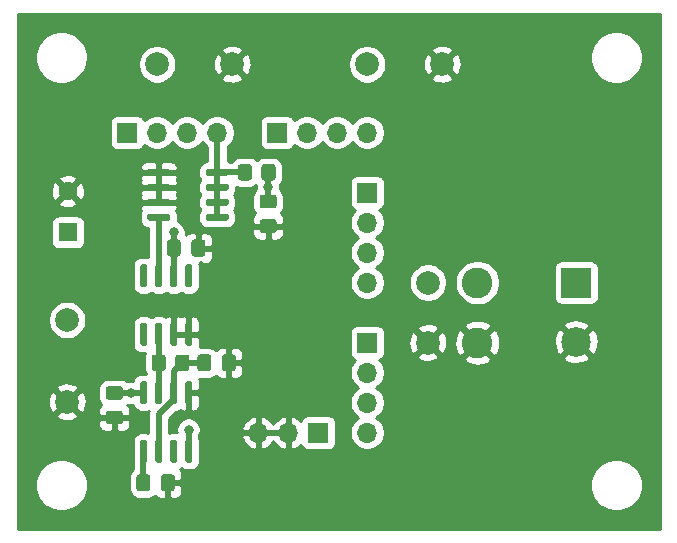
<source format=gbr>
G04 #@! TF.GenerationSoftware,KiCad,Pcbnew,(5.1.10-0-10_14)*
G04 #@! TF.CreationDate,2021-08-04T19:55:55+02:00*
G04 #@! TF.ProjectId,quasimodo,71756173-696d-46f6-946f-2e6b69636164,rev?*
G04 #@! TF.SameCoordinates,Original*
G04 #@! TF.FileFunction,Copper,L1,Top*
G04 #@! TF.FilePolarity,Positive*
%FSLAX46Y46*%
G04 Gerber Fmt 4.6, Leading zero omitted, Abs format (unit mm)*
G04 Created by KiCad (PCBNEW (5.1.10-0-10_14)) date 2021-08-04 19:55:55*
%MOMM*%
%LPD*%
G01*
G04 APERTURE LIST*
G04 #@! TA.AperFunction,ComponentPad*
%ADD10C,2.500000*%
G04 #@! TD*
G04 #@! TA.AperFunction,ComponentPad*
%ADD11R,2.500000X2.500000*%
G04 #@! TD*
G04 #@! TA.AperFunction,ComponentPad*
%ADD12C,1.600000*%
G04 #@! TD*
G04 #@! TA.AperFunction,ComponentPad*
%ADD13R,1.600000X1.600000*%
G04 #@! TD*
G04 #@! TA.AperFunction,ComponentPad*
%ADD14O,1.700000X1.700000*%
G04 #@! TD*
G04 #@! TA.AperFunction,ComponentPad*
%ADD15R,1.700000X1.700000*%
G04 #@! TD*
G04 #@! TA.AperFunction,ComponentPad*
%ADD16C,2.000000*%
G04 #@! TD*
G04 #@! TA.AperFunction,ComponentPad*
%ADD17C,2.600000*%
G04 #@! TD*
G04 #@! TA.AperFunction,ViaPad*
%ADD18C,0.800000*%
G04 #@! TD*
G04 #@! TA.AperFunction,Conductor*
%ADD19C,0.500000*%
G04 #@! TD*
G04 #@! TA.AperFunction,Conductor*
%ADD20C,0.254000*%
G04 #@! TD*
G04 #@! TA.AperFunction,Conductor*
%ADD21C,0.100000*%
G04 #@! TD*
G04 APERTURE END LIST*
D10*
X162369500Y-106600000D03*
D11*
X162369500Y-101600000D03*
D12*
X119316500Y-93853000D03*
D13*
X119316500Y-97353000D03*
D14*
X144653000Y-114300000D03*
X144653000Y-111760000D03*
X144653000Y-109220000D03*
D15*
X144653000Y-106680000D03*
D14*
X144653000Y-101600000D03*
X144653000Y-99060000D03*
X144653000Y-96520000D03*
D15*
X144653000Y-93980000D03*
D14*
X144653000Y-88900000D03*
X142113000Y-88900000D03*
X139573000Y-88900000D03*
D15*
X137033000Y-88900000D03*
D14*
X131953000Y-88900000D03*
X129413000Y-88900000D03*
X126873000Y-88900000D03*
D15*
X124333000Y-88900000D03*
D16*
X133223000Y-83121500D03*
X126873000Y-83121500D03*
G04 #@! TA.AperFunction,SMDPad,CuDef*
G36*
G01*
X129390000Y-114909500D02*
X129690000Y-114909500D01*
G75*
G02*
X129840000Y-115059500I0J-150000D01*
G01*
X129840000Y-116709500D01*
G75*
G02*
X129690000Y-116859500I-150000J0D01*
G01*
X129390000Y-116859500D01*
G75*
G02*
X129240000Y-116709500I0J150000D01*
G01*
X129240000Y-115059500D01*
G75*
G02*
X129390000Y-114909500I150000J0D01*
G01*
G37*
G04 #@! TD.AperFunction*
G04 #@! TA.AperFunction,SMDPad,CuDef*
G36*
G01*
X128120000Y-114909500D02*
X128420000Y-114909500D01*
G75*
G02*
X128570000Y-115059500I0J-150000D01*
G01*
X128570000Y-116709500D01*
G75*
G02*
X128420000Y-116859500I-150000J0D01*
G01*
X128120000Y-116859500D01*
G75*
G02*
X127970000Y-116709500I0J150000D01*
G01*
X127970000Y-115059500D01*
G75*
G02*
X128120000Y-114909500I150000J0D01*
G01*
G37*
G04 #@! TD.AperFunction*
G04 #@! TA.AperFunction,SMDPad,CuDef*
G36*
G01*
X126850000Y-114909500D02*
X127150000Y-114909500D01*
G75*
G02*
X127300000Y-115059500I0J-150000D01*
G01*
X127300000Y-116709500D01*
G75*
G02*
X127150000Y-116859500I-150000J0D01*
G01*
X126850000Y-116859500D01*
G75*
G02*
X126700000Y-116709500I0J150000D01*
G01*
X126700000Y-115059500D01*
G75*
G02*
X126850000Y-114909500I150000J0D01*
G01*
G37*
G04 #@! TD.AperFunction*
G04 #@! TA.AperFunction,SMDPad,CuDef*
G36*
G01*
X125580000Y-114909500D02*
X125880000Y-114909500D01*
G75*
G02*
X126030000Y-115059500I0J-150000D01*
G01*
X126030000Y-116709500D01*
G75*
G02*
X125880000Y-116859500I-150000J0D01*
G01*
X125580000Y-116859500D01*
G75*
G02*
X125430000Y-116709500I0J150000D01*
G01*
X125430000Y-115059500D01*
G75*
G02*
X125580000Y-114909500I150000J0D01*
G01*
G37*
G04 #@! TD.AperFunction*
G04 #@! TA.AperFunction,SMDPad,CuDef*
G36*
G01*
X125580000Y-109959500D02*
X125880000Y-109959500D01*
G75*
G02*
X126030000Y-110109500I0J-150000D01*
G01*
X126030000Y-111759500D01*
G75*
G02*
X125880000Y-111909500I-150000J0D01*
G01*
X125580000Y-111909500D01*
G75*
G02*
X125430000Y-111759500I0J150000D01*
G01*
X125430000Y-110109500D01*
G75*
G02*
X125580000Y-109959500I150000J0D01*
G01*
G37*
G04 #@! TD.AperFunction*
G04 #@! TA.AperFunction,SMDPad,CuDef*
G36*
G01*
X126850000Y-109959500D02*
X127150000Y-109959500D01*
G75*
G02*
X127300000Y-110109500I0J-150000D01*
G01*
X127300000Y-111759500D01*
G75*
G02*
X127150000Y-111909500I-150000J0D01*
G01*
X126850000Y-111909500D01*
G75*
G02*
X126700000Y-111759500I0J150000D01*
G01*
X126700000Y-110109500D01*
G75*
G02*
X126850000Y-109959500I150000J0D01*
G01*
G37*
G04 #@! TD.AperFunction*
G04 #@! TA.AperFunction,SMDPad,CuDef*
G36*
G01*
X128120000Y-109959500D02*
X128420000Y-109959500D01*
G75*
G02*
X128570000Y-110109500I0J-150000D01*
G01*
X128570000Y-111759500D01*
G75*
G02*
X128420000Y-111909500I-150000J0D01*
G01*
X128120000Y-111909500D01*
G75*
G02*
X127970000Y-111759500I0J150000D01*
G01*
X127970000Y-110109500D01*
G75*
G02*
X128120000Y-109959500I150000J0D01*
G01*
G37*
G04 #@! TD.AperFunction*
G04 #@! TA.AperFunction,SMDPad,CuDef*
G36*
G01*
X129390000Y-109959500D02*
X129690000Y-109959500D01*
G75*
G02*
X129840000Y-110109500I0J-150000D01*
G01*
X129840000Y-111759500D01*
G75*
G02*
X129690000Y-111909500I-150000J0D01*
G01*
X129390000Y-111909500D01*
G75*
G02*
X129240000Y-111759500I0J150000D01*
G01*
X129240000Y-110109500D01*
G75*
G02*
X129390000Y-109959500I150000J0D01*
G01*
G37*
G04 #@! TD.AperFunction*
G04 #@! TA.AperFunction,SMDPad,CuDef*
G36*
G01*
X125880000Y-102003500D02*
X125580000Y-102003500D01*
G75*
G02*
X125430000Y-101853500I0J150000D01*
G01*
X125430000Y-100203500D01*
G75*
G02*
X125580000Y-100053500I150000J0D01*
G01*
X125880000Y-100053500D01*
G75*
G02*
X126030000Y-100203500I0J-150000D01*
G01*
X126030000Y-101853500D01*
G75*
G02*
X125880000Y-102003500I-150000J0D01*
G01*
G37*
G04 #@! TD.AperFunction*
G04 #@! TA.AperFunction,SMDPad,CuDef*
G36*
G01*
X127150000Y-102003500D02*
X126850000Y-102003500D01*
G75*
G02*
X126700000Y-101853500I0J150000D01*
G01*
X126700000Y-100203500D01*
G75*
G02*
X126850000Y-100053500I150000J0D01*
G01*
X127150000Y-100053500D01*
G75*
G02*
X127300000Y-100203500I0J-150000D01*
G01*
X127300000Y-101853500D01*
G75*
G02*
X127150000Y-102003500I-150000J0D01*
G01*
G37*
G04 #@! TD.AperFunction*
G04 #@! TA.AperFunction,SMDPad,CuDef*
G36*
G01*
X128420000Y-102003500D02*
X128120000Y-102003500D01*
G75*
G02*
X127970000Y-101853500I0J150000D01*
G01*
X127970000Y-100203500D01*
G75*
G02*
X128120000Y-100053500I150000J0D01*
G01*
X128420000Y-100053500D01*
G75*
G02*
X128570000Y-100203500I0J-150000D01*
G01*
X128570000Y-101853500D01*
G75*
G02*
X128420000Y-102003500I-150000J0D01*
G01*
G37*
G04 #@! TD.AperFunction*
G04 #@! TA.AperFunction,SMDPad,CuDef*
G36*
G01*
X129690000Y-102003500D02*
X129390000Y-102003500D01*
G75*
G02*
X129240000Y-101853500I0J150000D01*
G01*
X129240000Y-100203500D01*
G75*
G02*
X129390000Y-100053500I150000J0D01*
G01*
X129690000Y-100053500D01*
G75*
G02*
X129840000Y-100203500I0J-150000D01*
G01*
X129840000Y-101853500D01*
G75*
G02*
X129690000Y-102003500I-150000J0D01*
G01*
G37*
G04 #@! TD.AperFunction*
G04 #@! TA.AperFunction,SMDPad,CuDef*
G36*
G01*
X129690000Y-106953500D02*
X129390000Y-106953500D01*
G75*
G02*
X129240000Y-106803500I0J150000D01*
G01*
X129240000Y-105153500D01*
G75*
G02*
X129390000Y-105003500I150000J0D01*
G01*
X129690000Y-105003500D01*
G75*
G02*
X129840000Y-105153500I0J-150000D01*
G01*
X129840000Y-106803500D01*
G75*
G02*
X129690000Y-106953500I-150000J0D01*
G01*
G37*
G04 #@! TD.AperFunction*
G04 #@! TA.AperFunction,SMDPad,CuDef*
G36*
G01*
X128420000Y-106953500D02*
X128120000Y-106953500D01*
G75*
G02*
X127970000Y-106803500I0J150000D01*
G01*
X127970000Y-105153500D01*
G75*
G02*
X128120000Y-105003500I150000J0D01*
G01*
X128420000Y-105003500D01*
G75*
G02*
X128570000Y-105153500I0J-150000D01*
G01*
X128570000Y-106803500D01*
G75*
G02*
X128420000Y-106953500I-150000J0D01*
G01*
G37*
G04 #@! TD.AperFunction*
G04 #@! TA.AperFunction,SMDPad,CuDef*
G36*
G01*
X127150000Y-106953500D02*
X126850000Y-106953500D01*
G75*
G02*
X126700000Y-106803500I0J150000D01*
G01*
X126700000Y-105153500D01*
G75*
G02*
X126850000Y-105003500I150000J0D01*
G01*
X127150000Y-105003500D01*
G75*
G02*
X127300000Y-105153500I0J-150000D01*
G01*
X127300000Y-106803500D01*
G75*
G02*
X127150000Y-106953500I-150000J0D01*
G01*
G37*
G04 #@! TD.AperFunction*
G04 #@! TA.AperFunction,SMDPad,CuDef*
G36*
G01*
X125880000Y-106953500D02*
X125580000Y-106953500D01*
G75*
G02*
X125430000Y-106803500I0J150000D01*
G01*
X125430000Y-105153500D01*
G75*
G02*
X125580000Y-105003500I150000J0D01*
G01*
X125880000Y-105003500D01*
G75*
G02*
X126030000Y-105153500I0J-150000D01*
G01*
X126030000Y-106803500D01*
G75*
G02*
X125880000Y-106953500I-150000J0D01*
G01*
G37*
G04 #@! TD.AperFunction*
G04 #@! TA.AperFunction,SMDPad,CuDef*
G36*
G01*
X134902500Y-91815499D02*
X134902500Y-92715501D01*
G75*
G02*
X134652501Y-92965500I-249999J0D01*
G01*
X133952499Y-92965500D01*
G75*
G02*
X133702500Y-92715501I0J249999D01*
G01*
X133702500Y-91815499D01*
G75*
G02*
X133952499Y-91565500I249999J0D01*
G01*
X134652501Y-91565500D01*
G75*
G02*
X134902500Y-91815499I0J-249999D01*
G01*
G37*
G04 #@! TD.AperFunction*
G04 #@! TA.AperFunction,SMDPad,CuDef*
G36*
G01*
X136902500Y-91815499D02*
X136902500Y-92715501D01*
G75*
G02*
X136652501Y-92965500I-249999J0D01*
G01*
X135952499Y-92965500D01*
G75*
G02*
X135702500Y-92715501I0J249999D01*
G01*
X135702500Y-91815499D01*
G75*
G02*
X135952499Y-91565500I249999J0D01*
G01*
X136652501Y-91565500D01*
G75*
G02*
X136902500Y-91815499I0J-249999D01*
G01*
G37*
G04 #@! TD.AperFunction*
G04 #@! TA.AperFunction,SMDPad,CuDef*
G36*
G01*
X128400000Y-108844501D02*
X128400000Y-107944499D01*
G75*
G02*
X128649999Y-107694500I249999J0D01*
G01*
X129350001Y-107694500D01*
G75*
G02*
X129600000Y-107944499I0J-249999D01*
G01*
X129600000Y-108844501D01*
G75*
G02*
X129350001Y-109094500I-249999J0D01*
G01*
X128649999Y-109094500D01*
G75*
G02*
X128400000Y-108844501I0J249999D01*
G01*
G37*
G04 #@! TD.AperFunction*
G04 #@! TA.AperFunction,SMDPad,CuDef*
G36*
G01*
X126400000Y-108844501D02*
X126400000Y-107944499D01*
G75*
G02*
X126649999Y-107694500I249999J0D01*
G01*
X127350001Y-107694500D01*
G75*
G02*
X127600000Y-107944499I0J-249999D01*
G01*
X127600000Y-108844501D01*
G75*
G02*
X127350001Y-109094500I-249999J0D01*
G01*
X126649999Y-109094500D01*
G75*
G02*
X126400000Y-108844501I0J249999D01*
G01*
G37*
G04 #@! TD.AperFunction*
G04 #@! TA.AperFunction,SMDPad,CuDef*
G36*
G01*
X130978000Y-92402800D02*
X130978000Y-92102800D01*
G75*
G02*
X131128000Y-91952800I150000J0D01*
G01*
X132778000Y-91952800D01*
G75*
G02*
X132928000Y-92102800I0J-150000D01*
G01*
X132928000Y-92402800D01*
G75*
G02*
X132778000Y-92552800I-150000J0D01*
G01*
X131128000Y-92552800D01*
G75*
G02*
X130978000Y-92402800I0J150000D01*
G01*
G37*
G04 #@! TD.AperFunction*
G04 #@! TA.AperFunction,SMDPad,CuDef*
G36*
G01*
X130978000Y-93672800D02*
X130978000Y-93372800D01*
G75*
G02*
X131128000Y-93222800I150000J0D01*
G01*
X132778000Y-93222800D01*
G75*
G02*
X132928000Y-93372800I0J-150000D01*
G01*
X132928000Y-93672800D01*
G75*
G02*
X132778000Y-93822800I-150000J0D01*
G01*
X131128000Y-93822800D01*
G75*
G02*
X130978000Y-93672800I0J150000D01*
G01*
G37*
G04 #@! TD.AperFunction*
G04 #@! TA.AperFunction,SMDPad,CuDef*
G36*
G01*
X130978000Y-94942800D02*
X130978000Y-94642800D01*
G75*
G02*
X131128000Y-94492800I150000J0D01*
G01*
X132778000Y-94492800D01*
G75*
G02*
X132928000Y-94642800I0J-150000D01*
G01*
X132928000Y-94942800D01*
G75*
G02*
X132778000Y-95092800I-150000J0D01*
G01*
X131128000Y-95092800D01*
G75*
G02*
X130978000Y-94942800I0J150000D01*
G01*
G37*
G04 #@! TD.AperFunction*
G04 #@! TA.AperFunction,SMDPad,CuDef*
G36*
G01*
X130978000Y-96212800D02*
X130978000Y-95912800D01*
G75*
G02*
X131128000Y-95762800I150000J0D01*
G01*
X132778000Y-95762800D01*
G75*
G02*
X132928000Y-95912800I0J-150000D01*
G01*
X132928000Y-96212800D01*
G75*
G02*
X132778000Y-96362800I-150000J0D01*
G01*
X131128000Y-96362800D01*
G75*
G02*
X130978000Y-96212800I0J150000D01*
G01*
G37*
G04 #@! TD.AperFunction*
G04 #@! TA.AperFunction,SMDPad,CuDef*
G36*
G01*
X126028000Y-96212800D02*
X126028000Y-95912800D01*
G75*
G02*
X126178000Y-95762800I150000J0D01*
G01*
X127828000Y-95762800D01*
G75*
G02*
X127978000Y-95912800I0J-150000D01*
G01*
X127978000Y-96212800D01*
G75*
G02*
X127828000Y-96362800I-150000J0D01*
G01*
X126178000Y-96362800D01*
G75*
G02*
X126028000Y-96212800I0J150000D01*
G01*
G37*
G04 #@! TD.AperFunction*
G04 #@! TA.AperFunction,SMDPad,CuDef*
G36*
G01*
X126028000Y-94942800D02*
X126028000Y-94642800D01*
G75*
G02*
X126178000Y-94492800I150000J0D01*
G01*
X127828000Y-94492800D01*
G75*
G02*
X127978000Y-94642800I0J-150000D01*
G01*
X127978000Y-94942800D01*
G75*
G02*
X127828000Y-95092800I-150000J0D01*
G01*
X126178000Y-95092800D01*
G75*
G02*
X126028000Y-94942800I0J150000D01*
G01*
G37*
G04 #@! TD.AperFunction*
G04 #@! TA.AperFunction,SMDPad,CuDef*
G36*
G01*
X126028000Y-93672800D02*
X126028000Y-93372800D01*
G75*
G02*
X126178000Y-93222800I150000J0D01*
G01*
X127828000Y-93222800D01*
G75*
G02*
X127978000Y-93372800I0J-150000D01*
G01*
X127978000Y-93672800D01*
G75*
G02*
X127828000Y-93822800I-150000J0D01*
G01*
X126178000Y-93822800D01*
G75*
G02*
X126028000Y-93672800I0J150000D01*
G01*
G37*
G04 #@! TD.AperFunction*
G04 #@! TA.AperFunction,SMDPad,CuDef*
G36*
G01*
X126028000Y-92402800D02*
X126028000Y-92102800D01*
G75*
G02*
X126178000Y-91952800I150000J0D01*
G01*
X127828000Y-91952800D01*
G75*
G02*
X127978000Y-92102800I0J-150000D01*
G01*
X127978000Y-92402800D01*
G75*
G02*
X127828000Y-92552800I-150000J0D01*
G01*
X126178000Y-92552800D01*
G75*
G02*
X126028000Y-92402800I0J150000D01*
G01*
G37*
G04 #@! TD.AperFunction*
D17*
X153987500Y-106680000D03*
X153987500Y-101600000D03*
D16*
X149796500Y-106680000D03*
X149796500Y-101600000D03*
X151003000Y-83121500D03*
X144653000Y-83121500D03*
D14*
X135445500Y-114300000D03*
X137985500Y-114300000D03*
D15*
X140525500Y-114300000D03*
D16*
X119253000Y-111696500D03*
X119253000Y-104775000D03*
G04 #@! TA.AperFunction,SMDPad,CuDef*
G36*
G01*
X135796000Y-96229500D02*
X136746000Y-96229500D01*
G75*
G02*
X136996000Y-96479500I0J-250000D01*
G01*
X136996000Y-97154500D01*
G75*
G02*
X136746000Y-97404500I-250000J0D01*
G01*
X135796000Y-97404500D01*
G75*
G02*
X135546000Y-97154500I0J250000D01*
G01*
X135546000Y-96479500D01*
G75*
G02*
X135796000Y-96229500I250000J0D01*
G01*
G37*
G04 #@! TD.AperFunction*
G04 #@! TA.AperFunction,SMDPad,CuDef*
G36*
G01*
X135796000Y-94154500D02*
X136746000Y-94154500D01*
G75*
G02*
X136996000Y-94404500I0J-250000D01*
G01*
X136996000Y-95079500D01*
G75*
G02*
X136746000Y-95329500I-250000J0D01*
G01*
X135796000Y-95329500D01*
G75*
G02*
X135546000Y-95079500I0J250000D01*
G01*
X135546000Y-94404500D01*
G75*
G02*
X135796000Y-94154500I250000J0D01*
G01*
G37*
G04 #@! TD.AperFunction*
G04 #@! TA.AperFunction,SMDPad,CuDef*
G36*
G01*
X129778000Y-99154000D02*
X129778000Y-98204000D01*
G75*
G02*
X130028000Y-97954000I250000J0D01*
G01*
X130703000Y-97954000D01*
G75*
G02*
X130953000Y-98204000I0J-250000D01*
G01*
X130953000Y-99154000D01*
G75*
G02*
X130703000Y-99404000I-250000J0D01*
G01*
X130028000Y-99404000D01*
G75*
G02*
X129778000Y-99154000I0J250000D01*
G01*
G37*
G04 #@! TD.AperFunction*
G04 #@! TA.AperFunction,SMDPad,CuDef*
G36*
G01*
X127703000Y-99154000D02*
X127703000Y-98204000D01*
G75*
G02*
X127953000Y-97954000I250000J0D01*
G01*
X128628000Y-97954000D01*
G75*
G02*
X128878000Y-98204000I0J-250000D01*
G01*
X128878000Y-99154000D01*
G75*
G02*
X128628000Y-99404000I-250000J0D01*
G01*
X127953000Y-99404000D01*
G75*
G02*
X127703000Y-99154000I0J250000D01*
G01*
G37*
G04 #@! TD.AperFunction*
G04 #@! TA.AperFunction,SMDPad,CuDef*
G36*
G01*
X132361000Y-108869500D02*
X132361000Y-107919500D01*
G75*
G02*
X132611000Y-107669500I250000J0D01*
G01*
X133286000Y-107669500D01*
G75*
G02*
X133536000Y-107919500I0J-250000D01*
G01*
X133536000Y-108869500D01*
G75*
G02*
X133286000Y-109119500I-250000J0D01*
G01*
X132611000Y-109119500D01*
G75*
G02*
X132361000Y-108869500I0J250000D01*
G01*
G37*
G04 #@! TD.AperFunction*
G04 #@! TA.AperFunction,SMDPad,CuDef*
G36*
G01*
X130286000Y-108869500D02*
X130286000Y-107919500D01*
G75*
G02*
X130536000Y-107669500I250000J0D01*
G01*
X131211000Y-107669500D01*
G75*
G02*
X131461000Y-107919500I0J-250000D01*
G01*
X131461000Y-108869500D01*
G75*
G02*
X131211000Y-109119500I-250000J0D01*
G01*
X130536000Y-109119500D01*
G75*
G02*
X130286000Y-108869500I0J250000D01*
G01*
G37*
G04 #@! TD.AperFunction*
G04 #@! TA.AperFunction,SMDPad,CuDef*
G36*
G01*
X122778500Y-112442500D02*
X123728500Y-112442500D01*
G75*
G02*
X123978500Y-112692500I0J-250000D01*
G01*
X123978500Y-113367500D01*
G75*
G02*
X123728500Y-113617500I-250000J0D01*
G01*
X122778500Y-113617500D01*
G75*
G02*
X122528500Y-113367500I0J250000D01*
G01*
X122528500Y-112692500D01*
G75*
G02*
X122778500Y-112442500I250000J0D01*
G01*
G37*
G04 #@! TD.AperFunction*
G04 #@! TA.AperFunction,SMDPad,CuDef*
G36*
G01*
X122778500Y-110367500D02*
X123728500Y-110367500D01*
G75*
G02*
X123978500Y-110617500I0J-250000D01*
G01*
X123978500Y-111292500D01*
G75*
G02*
X123728500Y-111542500I-250000J0D01*
G01*
X122778500Y-111542500D01*
G75*
G02*
X122528500Y-111292500I0J250000D01*
G01*
X122528500Y-110617500D01*
G75*
G02*
X122778500Y-110367500I250000J0D01*
G01*
G37*
G04 #@! TD.AperFunction*
G04 #@! TA.AperFunction,SMDPad,CuDef*
G36*
G01*
X127196000Y-119029500D02*
X127196000Y-118079500D01*
G75*
G02*
X127446000Y-117829500I250000J0D01*
G01*
X128121000Y-117829500D01*
G75*
G02*
X128371000Y-118079500I0J-250000D01*
G01*
X128371000Y-119029500D01*
G75*
G02*
X128121000Y-119279500I-250000J0D01*
G01*
X127446000Y-119279500D01*
G75*
G02*
X127196000Y-119029500I0J250000D01*
G01*
G37*
G04 #@! TD.AperFunction*
G04 #@! TA.AperFunction,SMDPad,CuDef*
G36*
G01*
X125121000Y-119029500D02*
X125121000Y-118079500D01*
G75*
G02*
X125371000Y-117829500I250000J0D01*
G01*
X126046000Y-117829500D01*
G75*
G02*
X126296000Y-118079500I0J-250000D01*
G01*
X126296000Y-119029500D01*
G75*
G02*
X126046000Y-119279500I-250000J0D01*
G01*
X125371000Y-119279500D01*
G75*
G02*
X125121000Y-119029500I0J250000D01*
G01*
G37*
G04 #@! TD.AperFunction*
D18*
X128270000Y-97345500D03*
X136271000Y-93535500D03*
X124650500Y-110934500D03*
X129540000Y-114046000D03*
D19*
X125708500Y-115906000D02*
X125730000Y-115884500D01*
X125708500Y-118554500D02*
X125708500Y-115906000D01*
X128270000Y-98699500D02*
X128290500Y-98679000D01*
X128270000Y-101028500D02*
X128270000Y-98699500D01*
X128290500Y-97366000D02*
X128270000Y-97345500D01*
X128290500Y-98679000D02*
X128290500Y-97366000D01*
X136271000Y-92297000D02*
X136302500Y-92265500D01*
X136271000Y-94742000D02*
X136271000Y-93535500D01*
X136271000Y-93535500D02*
X136271000Y-92297000D01*
X123274000Y-110934500D02*
X123253500Y-110955000D01*
X125730000Y-110934500D02*
X124650500Y-110934500D01*
X124650500Y-110934500D02*
X123274000Y-110934500D01*
X129540000Y-115884500D02*
X129540000Y-114046000D01*
X128270000Y-109124500D02*
X129000000Y-108394500D01*
X128270000Y-110934500D02*
X128270000Y-109124500D01*
X129000000Y-108394500D02*
X130873500Y-108394500D01*
X128270000Y-111488044D02*
X128270000Y-110934500D01*
X127000000Y-112758044D02*
X128270000Y-111488044D01*
X127000000Y-115884500D02*
X127000000Y-112758044D01*
X127000000Y-96065800D02*
X127003000Y-96062800D01*
X127000000Y-101028500D02*
X127000000Y-96065800D01*
X127000000Y-110934500D02*
X127000000Y-108394500D01*
X127000000Y-108394500D02*
X127000000Y-105978500D01*
X131953000Y-96062800D02*
X131953000Y-94792800D01*
X131953000Y-94792800D02*
X131953000Y-93522800D01*
X131953000Y-93522800D02*
X131953000Y-92252800D01*
X131965700Y-92265500D02*
X131953000Y-92252800D01*
X134302500Y-92265500D02*
X131965700Y-92265500D01*
X131953000Y-92252800D02*
X131953000Y-88900000D01*
D20*
X169418000Y-122428000D02*
X115062000Y-122428000D01*
X115062000Y-118524872D01*
X116510000Y-118524872D01*
X116510000Y-118965128D01*
X116595890Y-119396925D01*
X116764369Y-119803669D01*
X117008962Y-120169729D01*
X117320271Y-120481038D01*
X117686331Y-120725631D01*
X118093075Y-120894110D01*
X118524872Y-120980000D01*
X118965128Y-120980000D01*
X119396925Y-120894110D01*
X119803669Y-120725631D01*
X120169729Y-120481038D01*
X120481038Y-120169729D01*
X120725631Y-119803669D01*
X120894110Y-119396925D01*
X120980000Y-118965128D01*
X120980000Y-118524872D01*
X120894110Y-118093075D01*
X120725631Y-117686331D01*
X120481038Y-117320271D01*
X120169729Y-117008962D01*
X119803669Y-116764369D01*
X119396925Y-116595890D01*
X118965128Y-116510000D01*
X118524872Y-116510000D01*
X118093075Y-116595890D01*
X117686331Y-116764369D01*
X117320271Y-117008962D01*
X117008962Y-117320271D01*
X116764369Y-117686331D01*
X116595890Y-118093075D01*
X116510000Y-118524872D01*
X115062000Y-118524872D01*
X115062000Y-113617500D01*
X121890428Y-113617500D01*
X121902688Y-113741982D01*
X121938998Y-113861680D01*
X121997963Y-113971994D01*
X122077315Y-114068685D01*
X122174006Y-114148037D01*
X122284320Y-114207002D01*
X122404018Y-114243312D01*
X122528500Y-114255572D01*
X122967750Y-114252500D01*
X123126500Y-114093750D01*
X123126500Y-113157000D01*
X123380500Y-113157000D01*
X123380500Y-114093750D01*
X123539250Y-114252500D01*
X123978500Y-114255572D01*
X124102982Y-114243312D01*
X124222680Y-114207002D01*
X124332994Y-114148037D01*
X124429685Y-114068685D01*
X124509037Y-113971994D01*
X124568002Y-113861680D01*
X124604312Y-113741982D01*
X124616572Y-113617500D01*
X124613500Y-113315750D01*
X124454750Y-113157000D01*
X123380500Y-113157000D01*
X123126500Y-113157000D01*
X122052250Y-113157000D01*
X121893500Y-113315750D01*
X121890428Y-113617500D01*
X115062000Y-113617500D01*
X115062000Y-112831913D01*
X118297192Y-112831913D01*
X118392956Y-113096314D01*
X118682571Y-113237204D01*
X118994108Y-113318884D01*
X119315595Y-113338218D01*
X119634675Y-113294461D01*
X119939088Y-113189295D01*
X120113044Y-113096314D01*
X120208808Y-112831913D01*
X119253000Y-111876105D01*
X118297192Y-112831913D01*
X115062000Y-112831913D01*
X115062000Y-111759095D01*
X117611282Y-111759095D01*
X117655039Y-112078175D01*
X117760205Y-112382588D01*
X117853186Y-112556544D01*
X118117587Y-112652308D01*
X119073395Y-111696500D01*
X119432605Y-111696500D01*
X120388413Y-112652308D01*
X120652814Y-112556544D01*
X120793704Y-112266929D01*
X120875384Y-111955392D01*
X120894718Y-111633905D01*
X120850961Y-111314825D01*
X120745795Y-111010412D01*
X120652814Y-110836456D01*
X120388413Y-110740692D01*
X119432605Y-111696500D01*
X119073395Y-111696500D01*
X118117587Y-110740692D01*
X117853186Y-110836456D01*
X117712296Y-111126071D01*
X117630616Y-111437608D01*
X117611282Y-111759095D01*
X115062000Y-111759095D01*
X115062000Y-110561087D01*
X118297192Y-110561087D01*
X119253000Y-111516895D01*
X120152395Y-110617500D01*
X121890428Y-110617500D01*
X121890428Y-111292500D01*
X121907492Y-111465754D01*
X121958028Y-111632350D01*
X122040095Y-111785886D01*
X122150538Y-111920462D01*
X122157094Y-111925842D01*
X122077315Y-111991315D01*
X121997963Y-112088006D01*
X121938998Y-112198320D01*
X121902688Y-112318018D01*
X121890428Y-112442500D01*
X121893500Y-112744250D01*
X122052250Y-112903000D01*
X123126500Y-112903000D01*
X123126500Y-112883000D01*
X123380500Y-112883000D01*
X123380500Y-112903000D01*
X124454750Y-112903000D01*
X124613500Y-112744250D01*
X124616572Y-112442500D01*
X124604312Y-112318018D01*
X124568002Y-112198320D01*
X124509037Y-112088006D01*
X124429685Y-111991315D01*
X124356569Y-111931311D01*
X124548561Y-111969500D01*
X124752439Y-111969500D01*
X124820056Y-111956050D01*
X124851916Y-112061082D01*
X124924742Y-112197329D01*
X125022749Y-112316751D01*
X125142171Y-112414758D01*
X125278418Y-112487584D01*
X125426255Y-112532429D01*
X125580000Y-112547572D01*
X125880000Y-112547572D01*
X126033745Y-112532429D01*
X126154753Y-112495722D01*
X126127805Y-112584554D01*
X126110719Y-112758044D01*
X126115001Y-112801523D01*
X126115001Y-114311219D01*
X126033745Y-114286571D01*
X125880000Y-114271428D01*
X125580000Y-114271428D01*
X125426255Y-114286571D01*
X125278418Y-114331416D01*
X125142171Y-114404242D01*
X125022749Y-114502249D01*
X124924742Y-114621671D01*
X124851916Y-114757918D01*
X124807071Y-114905755D01*
X124791928Y-115059500D01*
X124791928Y-116709500D01*
X124807071Y-116863245D01*
X124823501Y-116917407D01*
X124823500Y-117385505D01*
X124743038Y-117451538D01*
X124632595Y-117586114D01*
X124550528Y-117739650D01*
X124499992Y-117906246D01*
X124482928Y-118079500D01*
X124482928Y-119029500D01*
X124499992Y-119202754D01*
X124550528Y-119369350D01*
X124632595Y-119522886D01*
X124743038Y-119657462D01*
X124877614Y-119767905D01*
X125031150Y-119849972D01*
X125197746Y-119900508D01*
X125371000Y-119917572D01*
X126046000Y-119917572D01*
X126219254Y-119900508D01*
X126385850Y-119849972D01*
X126539386Y-119767905D01*
X126673962Y-119657462D01*
X126679342Y-119650906D01*
X126744815Y-119730685D01*
X126841506Y-119810037D01*
X126951820Y-119869002D01*
X127071518Y-119905312D01*
X127196000Y-119917572D01*
X127497750Y-119914500D01*
X127656500Y-119755750D01*
X127656500Y-118681500D01*
X127910500Y-118681500D01*
X127910500Y-119755750D01*
X128069250Y-119914500D01*
X128371000Y-119917572D01*
X128495482Y-119905312D01*
X128615180Y-119869002D01*
X128725494Y-119810037D01*
X128822185Y-119730685D01*
X128901537Y-119633994D01*
X128960502Y-119523680D01*
X128996812Y-119403982D01*
X129009072Y-119279500D01*
X129006000Y-118840250D01*
X128847250Y-118681500D01*
X127910500Y-118681500D01*
X127656500Y-118681500D01*
X127636500Y-118681500D01*
X127636500Y-118524872D01*
X163500000Y-118524872D01*
X163500000Y-118965128D01*
X163585890Y-119396925D01*
X163754369Y-119803669D01*
X163998962Y-120169729D01*
X164310271Y-120481038D01*
X164676331Y-120725631D01*
X165083075Y-120894110D01*
X165514872Y-120980000D01*
X165955128Y-120980000D01*
X166386925Y-120894110D01*
X166793669Y-120725631D01*
X167159729Y-120481038D01*
X167471038Y-120169729D01*
X167715631Y-119803669D01*
X167884110Y-119396925D01*
X167970000Y-118965128D01*
X167970000Y-118524872D01*
X167884110Y-118093075D01*
X167715631Y-117686331D01*
X167471038Y-117320271D01*
X167159729Y-117008962D01*
X166793669Y-116764369D01*
X166386925Y-116595890D01*
X165955128Y-116510000D01*
X165514872Y-116510000D01*
X165083075Y-116595890D01*
X164676331Y-116764369D01*
X164310271Y-117008962D01*
X163998962Y-117320271D01*
X163754369Y-117686331D01*
X163585890Y-118093075D01*
X163500000Y-118524872D01*
X127636500Y-118524872D01*
X127636500Y-118427500D01*
X127656500Y-118427500D01*
X127656500Y-118407500D01*
X127910500Y-118407500D01*
X127910500Y-118427500D01*
X128847250Y-118427500D01*
X129006000Y-118268750D01*
X129009072Y-117829500D01*
X128996812Y-117705018D01*
X128960502Y-117585320D01*
X128901537Y-117475006D01*
X128825320Y-117382135D01*
X128857829Y-117364758D01*
X128905000Y-117326046D01*
X128952171Y-117364758D01*
X129088418Y-117437584D01*
X129236255Y-117482429D01*
X129390000Y-117497572D01*
X129690000Y-117497572D01*
X129843745Y-117482429D01*
X129991582Y-117437584D01*
X130127829Y-117364758D01*
X130247251Y-117266751D01*
X130345258Y-117147329D01*
X130418084Y-117011082D01*
X130462929Y-116863245D01*
X130478072Y-116709500D01*
X130478072Y-115059500D01*
X130462929Y-114905755D01*
X130425000Y-114780717D01*
X130425000Y-114656891D01*
X134004019Y-114656891D01*
X134101343Y-114931252D01*
X134250322Y-115181355D01*
X134445231Y-115397588D01*
X134678580Y-115571641D01*
X134941401Y-115696825D01*
X135088610Y-115741476D01*
X135318500Y-115620155D01*
X135318500Y-114427000D01*
X135572500Y-114427000D01*
X135572500Y-115620155D01*
X135802390Y-115741476D01*
X135949599Y-115696825D01*
X136212420Y-115571641D01*
X136445769Y-115397588D01*
X136640678Y-115181355D01*
X136715500Y-115055745D01*
X136790322Y-115181355D01*
X136985231Y-115397588D01*
X137218580Y-115571641D01*
X137481401Y-115696825D01*
X137628610Y-115741476D01*
X137858500Y-115620155D01*
X137858500Y-114427000D01*
X135572500Y-114427000D01*
X135318500Y-114427000D01*
X134124686Y-114427000D01*
X134004019Y-114656891D01*
X130425000Y-114656891D01*
X130425000Y-114584454D01*
X130457205Y-114536256D01*
X130535226Y-114347898D01*
X130575000Y-114147939D01*
X130575000Y-113944061D01*
X130574811Y-113943109D01*
X134004019Y-113943109D01*
X134124686Y-114173000D01*
X135318500Y-114173000D01*
X135318500Y-112979845D01*
X135572500Y-112979845D01*
X135572500Y-114173000D01*
X137858500Y-114173000D01*
X137858500Y-112979845D01*
X138112500Y-112979845D01*
X138112500Y-114173000D01*
X138132500Y-114173000D01*
X138132500Y-114427000D01*
X138112500Y-114427000D01*
X138112500Y-115620155D01*
X138342390Y-115741476D01*
X138489599Y-115696825D01*
X138752420Y-115571641D01*
X138985769Y-115397588D01*
X139061534Y-115313534D01*
X139085998Y-115394180D01*
X139144963Y-115504494D01*
X139224315Y-115601185D01*
X139321006Y-115680537D01*
X139431320Y-115739502D01*
X139551018Y-115775812D01*
X139675500Y-115788072D01*
X141375500Y-115788072D01*
X141499982Y-115775812D01*
X141619680Y-115739502D01*
X141729994Y-115680537D01*
X141826685Y-115601185D01*
X141906037Y-115504494D01*
X141965002Y-115394180D01*
X142001312Y-115274482D01*
X142013572Y-115150000D01*
X142013572Y-113450000D01*
X142001312Y-113325518D01*
X141965002Y-113205820D01*
X141906037Y-113095506D01*
X141826685Y-112998815D01*
X141729994Y-112919463D01*
X141619680Y-112860498D01*
X141499982Y-112824188D01*
X141375500Y-112811928D01*
X139675500Y-112811928D01*
X139551018Y-112824188D01*
X139431320Y-112860498D01*
X139321006Y-112919463D01*
X139224315Y-112998815D01*
X139144963Y-113095506D01*
X139085998Y-113205820D01*
X139061534Y-113286466D01*
X138985769Y-113202412D01*
X138752420Y-113028359D01*
X138489599Y-112903175D01*
X138342390Y-112858524D01*
X138112500Y-112979845D01*
X137858500Y-112979845D01*
X137628610Y-112858524D01*
X137481401Y-112903175D01*
X137218580Y-113028359D01*
X136985231Y-113202412D01*
X136790322Y-113418645D01*
X136715500Y-113544255D01*
X136640678Y-113418645D01*
X136445769Y-113202412D01*
X136212420Y-113028359D01*
X135949599Y-112903175D01*
X135802390Y-112858524D01*
X135572500Y-112979845D01*
X135318500Y-112979845D01*
X135088610Y-112858524D01*
X134941401Y-112903175D01*
X134678580Y-113028359D01*
X134445231Y-113202412D01*
X134250322Y-113418645D01*
X134101343Y-113668748D01*
X134004019Y-113943109D01*
X130574811Y-113943109D01*
X130535226Y-113744102D01*
X130457205Y-113555744D01*
X130343937Y-113386226D01*
X130199774Y-113242063D01*
X130030256Y-113128795D01*
X129841898Y-113050774D01*
X129641939Y-113011000D01*
X129438061Y-113011000D01*
X129238102Y-113050774D01*
X129049744Y-113128795D01*
X128880226Y-113242063D01*
X128736063Y-113386226D01*
X128622795Y-113555744D01*
X128544774Y-113744102D01*
X128505000Y-113944061D01*
X128505000Y-114147939D01*
X128531753Y-114282435D01*
X128420000Y-114271428D01*
X128120000Y-114271428D01*
X127966255Y-114286571D01*
X127885000Y-114311219D01*
X127885000Y-113124622D01*
X128466645Y-112542978D01*
X128573745Y-112532429D01*
X128721582Y-112487584D01*
X128855936Y-112415770D01*
X128885506Y-112440037D01*
X128995820Y-112499002D01*
X129115518Y-112535312D01*
X129240000Y-112547572D01*
X129254250Y-112544500D01*
X129413000Y-112385750D01*
X129413000Y-111061500D01*
X129667000Y-111061500D01*
X129667000Y-112385750D01*
X129825750Y-112544500D01*
X129840000Y-112547572D01*
X129964482Y-112535312D01*
X130084180Y-112499002D01*
X130194494Y-112440037D01*
X130291185Y-112360685D01*
X130370537Y-112263994D01*
X130429502Y-112153680D01*
X130465812Y-112033982D01*
X130478072Y-111909500D01*
X130475000Y-111220250D01*
X130316250Y-111061500D01*
X129667000Y-111061500D01*
X129413000Y-111061500D01*
X129393000Y-111061500D01*
X129393000Y-110807500D01*
X129413000Y-110807500D01*
X129413000Y-110787500D01*
X129667000Y-110787500D01*
X129667000Y-110807500D01*
X130316250Y-110807500D01*
X130475000Y-110648750D01*
X130478072Y-109959500D01*
X130465812Y-109835018D01*
X130439434Y-109748061D01*
X130536000Y-109757572D01*
X131211000Y-109757572D01*
X131384254Y-109740508D01*
X131550850Y-109689972D01*
X131704386Y-109607905D01*
X131838962Y-109497462D01*
X131844342Y-109490906D01*
X131909815Y-109570685D01*
X132006506Y-109650037D01*
X132116820Y-109709002D01*
X132236518Y-109745312D01*
X132361000Y-109757572D01*
X132662750Y-109754500D01*
X132821500Y-109595750D01*
X132821500Y-108521500D01*
X133075500Y-108521500D01*
X133075500Y-109595750D01*
X133234250Y-109754500D01*
X133536000Y-109757572D01*
X133660482Y-109745312D01*
X133780180Y-109709002D01*
X133890494Y-109650037D01*
X133987185Y-109570685D01*
X134066537Y-109473994D01*
X134125502Y-109363680D01*
X134161812Y-109243982D01*
X134174072Y-109119500D01*
X134171000Y-108680250D01*
X134012250Y-108521500D01*
X133075500Y-108521500D01*
X132821500Y-108521500D01*
X132801500Y-108521500D01*
X132801500Y-108267500D01*
X132821500Y-108267500D01*
X132821500Y-107193250D01*
X133075500Y-107193250D01*
X133075500Y-108267500D01*
X134012250Y-108267500D01*
X134171000Y-108108750D01*
X134174072Y-107669500D01*
X134161812Y-107545018D01*
X134125502Y-107425320D01*
X134066537Y-107315006D01*
X133987185Y-107218315D01*
X133890494Y-107138963D01*
X133780180Y-107079998D01*
X133660482Y-107043688D01*
X133536000Y-107031428D01*
X133234250Y-107034500D01*
X133075500Y-107193250D01*
X132821500Y-107193250D01*
X132662750Y-107034500D01*
X132361000Y-107031428D01*
X132236518Y-107043688D01*
X132116820Y-107079998D01*
X132006506Y-107138963D01*
X131909815Y-107218315D01*
X131844342Y-107298094D01*
X131838962Y-107291538D01*
X131704386Y-107181095D01*
X131550850Y-107099028D01*
X131384254Y-107048492D01*
X131211000Y-107031428D01*
X130536000Y-107031428D01*
X130469754Y-107037953D01*
X130478072Y-106953500D01*
X130475000Y-106264250D01*
X130316250Y-106105500D01*
X129667000Y-106105500D01*
X129667000Y-106125500D01*
X129413000Y-106125500D01*
X129413000Y-106105500D01*
X128397000Y-106105500D01*
X128397000Y-106125500D01*
X128143000Y-106125500D01*
X128143000Y-106105500D01*
X128123000Y-106105500D01*
X128123000Y-105851500D01*
X128143000Y-105851500D01*
X128143000Y-104527250D01*
X128397000Y-104527250D01*
X128397000Y-105851500D01*
X129413000Y-105851500D01*
X129413000Y-104527250D01*
X129667000Y-104527250D01*
X129667000Y-105851500D01*
X130316250Y-105851500D01*
X130337750Y-105830000D01*
X143164928Y-105830000D01*
X143164928Y-107530000D01*
X143177188Y-107654482D01*
X143213498Y-107774180D01*
X143272463Y-107884494D01*
X143351815Y-107981185D01*
X143448506Y-108060537D01*
X143558820Y-108119502D01*
X143631380Y-108141513D01*
X143499525Y-108273368D01*
X143337010Y-108516589D01*
X143225068Y-108786842D01*
X143168000Y-109073740D01*
X143168000Y-109366260D01*
X143225068Y-109653158D01*
X143337010Y-109923411D01*
X143499525Y-110166632D01*
X143706368Y-110373475D01*
X143880760Y-110490000D01*
X143706368Y-110606525D01*
X143499525Y-110813368D01*
X143337010Y-111056589D01*
X143225068Y-111326842D01*
X143168000Y-111613740D01*
X143168000Y-111906260D01*
X143225068Y-112193158D01*
X143337010Y-112463411D01*
X143499525Y-112706632D01*
X143706368Y-112913475D01*
X143880760Y-113030000D01*
X143706368Y-113146525D01*
X143499525Y-113353368D01*
X143337010Y-113596589D01*
X143225068Y-113866842D01*
X143168000Y-114153740D01*
X143168000Y-114446260D01*
X143225068Y-114733158D01*
X143337010Y-115003411D01*
X143499525Y-115246632D01*
X143706368Y-115453475D01*
X143949589Y-115615990D01*
X144219842Y-115727932D01*
X144506740Y-115785000D01*
X144799260Y-115785000D01*
X145086158Y-115727932D01*
X145356411Y-115615990D01*
X145599632Y-115453475D01*
X145806475Y-115246632D01*
X145968990Y-115003411D01*
X146080932Y-114733158D01*
X146138000Y-114446260D01*
X146138000Y-114153740D01*
X146080932Y-113866842D01*
X145968990Y-113596589D01*
X145806475Y-113353368D01*
X145599632Y-113146525D01*
X145425240Y-113030000D01*
X145599632Y-112913475D01*
X145806475Y-112706632D01*
X145968990Y-112463411D01*
X146080932Y-112193158D01*
X146138000Y-111906260D01*
X146138000Y-111613740D01*
X146080932Y-111326842D01*
X145968990Y-111056589D01*
X145806475Y-110813368D01*
X145599632Y-110606525D01*
X145425240Y-110490000D01*
X145599632Y-110373475D01*
X145806475Y-110166632D01*
X145968990Y-109923411D01*
X146080932Y-109653158D01*
X146138000Y-109366260D01*
X146138000Y-109073740D01*
X146080932Y-108786842D01*
X145968990Y-108516589D01*
X145806475Y-108273368D01*
X145674620Y-108141513D01*
X145747180Y-108119502D01*
X145857494Y-108060537D01*
X145954185Y-107981185D01*
X146033537Y-107884494D01*
X146070462Y-107815413D01*
X148840692Y-107815413D01*
X148936456Y-108079814D01*
X149226071Y-108220704D01*
X149537608Y-108302384D01*
X149859095Y-108321718D01*
X150178175Y-108277961D01*
X150482588Y-108172795D01*
X150656544Y-108079814D01*
X150674867Y-108029224D01*
X152817881Y-108029224D01*
X152949817Y-108324312D01*
X153290545Y-108495159D01*
X153658057Y-108596250D01*
X154038229Y-108623701D01*
X154416451Y-108576457D01*
X154778190Y-108456333D01*
X155025183Y-108324312D01*
X155157119Y-108029224D01*
X155041500Y-107913605D01*
X161235500Y-107913605D01*
X161361414Y-108203577D01*
X161693626Y-108369433D01*
X162051812Y-108467290D01*
X162422206Y-108493389D01*
X162790575Y-108446725D01*
X163142762Y-108329094D01*
X163377586Y-108203577D01*
X163503500Y-107913605D01*
X162369500Y-106779605D01*
X161235500Y-107913605D01*
X155041500Y-107913605D01*
X153987500Y-106859605D01*
X152817881Y-108029224D01*
X150674867Y-108029224D01*
X150752308Y-107815413D01*
X149796500Y-106859605D01*
X148840692Y-107815413D01*
X146070462Y-107815413D01*
X146092502Y-107774180D01*
X146128812Y-107654482D01*
X146141072Y-107530000D01*
X146141072Y-106742595D01*
X148154782Y-106742595D01*
X148198539Y-107061675D01*
X148303705Y-107366088D01*
X148396686Y-107540044D01*
X148661087Y-107635808D01*
X149616895Y-106680000D01*
X149976105Y-106680000D01*
X150931913Y-107635808D01*
X151196314Y-107540044D01*
X151337204Y-107250429D01*
X151418884Y-106938892D01*
X151431402Y-106730729D01*
X152043799Y-106730729D01*
X152091043Y-107108951D01*
X152211167Y-107470690D01*
X152343188Y-107717683D01*
X152638276Y-107849619D01*
X153807895Y-106680000D01*
X154167105Y-106680000D01*
X155336724Y-107849619D01*
X155631812Y-107717683D01*
X155802659Y-107376955D01*
X155903750Y-107009443D01*
X155929508Y-106652706D01*
X160476111Y-106652706D01*
X160522775Y-107021075D01*
X160640406Y-107373262D01*
X160765923Y-107608086D01*
X161055895Y-107734000D01*
X162189895Y-106600000D01*
X162549105Y-106600000D01*
X163683105Y-107734000D01*
X163973077Y-107608086D01*
X164138933Y-107275874D01*
X164236790Y-106917688D01*
X164262889Y-106547294D01*
X164216225Y-106178925D01*
X164098594Y-105826738D01*
X163973077Y-105591914D01*
X163683105Y-105466000D01*
X162549105Y-106600000D01*
X162189895Y-106600000D01*
X161055895Y-105466000D01*
X160765923Y-105591914D01*
X160600067Y-105924126D01*
X160502210Y-106282312D01*
X160476111Y-106652706D01*
X155929508Y-106652706D01*
X155931201Y-106629271D01*
X155883957Y-106251049D01*
X155763833Y-105889310D01*
X155631812Y-105642317D01*
X155336724Y-105510381D01*
X154167105Y-106680000D01*
X153807895Y-106680000D01*
X152638276Y-105510381D01*
X152343188Y-105642317D01*
X152172341Y-105983045D01*
X152071250Y-106350557D01*
X152043799Y-106730729D01*
X151431402Y-106730729D01*
X151438218Y-106617405D01*
X151394461Y-106298325D01*
X151289295Y-105993912D01*
X151196314Y-105819956D01*
X150931913Y-105724192D01*
X149976105Y-106680000D01*
X149616895Y-106680000D01*
X148661087Y-105724192D01*
X148396686Y-105819956D01*
X148255796Y-106109571D01*
X148174116Y-106421108D01*
X148154782Y-106742595D01*
X146141072Y-106742595D01*
X146141072Y-105830000D01*
X146128812Y-105705518D01*
X146092502Y-105585820D01*
X146070463Y-105544587D01*
X148840692Y-105544587D01*
X149796500Y-106500395D01*
X150752308Y-105544587D01*
X150674868Y-105330776D01*
X152817881Y-105330776D01*
X153987500Y-106500395D01*
X155157119Y-105330776D01*
X155137276Y-105286395D01*
X161235500Y-105286395D01*
X162369500Y-106420395D01*
X163503500Y-105286395D01*
X163377586Y-104996423D01*
X163045374Y-104830567D01*
X162687188Y-104732710D01*
X162316794Y-104706611D01*
X161948425Y-104753275D01*
X161596238Y-104870906D01*
X161361414Y-104996423D01*
X161235500Y-105286395D01*
X155137276Y-105286395D01*
X155025183Y-105035688D01*
X154684455Y-104864841D01*
X154316943Y-104763750D01*
X153936771Y-104736299D01*
X153558549Y-104783543D01*
X153196810Y-104903667D01*
X152949817Y-105035688D01*
X152817881Y-105330776D01*
X150674868Y-105330776D01*
X150656544Y-105280186D01*
X150366929Y-105139296D01*
X150055392Y-105057616D01*
X149733905Y-105038282D01*
X149414825Y-105082039D01*
X149110412Y-105187205D01*
X148936456Y-105280186D01*
X148840692Y-105544587D01*
X146070463Y-105544587D01*
X146033537Y-105475506D01*
X145954185Y-105378815D01*
X145857494Y-105299463D01*
X145747180Y-105240498D01*
X145627482Y-105204188D01*
X145503000Y-105191928D01*
X143803000Y-105191928D01*
X143678518Y-105204188D01*
X143558820Y-105240498D01*
X143448506Y-105299463D01*
X143351815Y-105378815D01*
X143272463Y-105475506D01*
X143213498Y-105585820D01*
X143177188Y-105705518D01*
X143164928Y-105830000D01*
X130337750Y-105830000D01*
X130475000Y-105692750D01*
X130478072Y-105003500D01*
X130465812Y-104879018D01*
X130429502Y-104759320D01*
X130370537Y-104649006D01*
X130291185Y-104552315D01*
X130194494Y-104472963D01*
X130084180Y-104413998D01*
X129964482Y-104377688D01*
X129840000Y-104365428D01*
X129825750Y-104368500D01*
X129667000Y-104527250D01*
X129413000Y-104527250D01*
X129254250Y-104368500D01*
X129240000Y-104365428D01*
X129115518Y-104377688D01*
X128995820Y-104413998D01*
X128905000Y-104462543D01*
X128814180Y-104413998D01*
X128694482Y-104377688D01*
X128570000Y-104365428D01*
X128555750Y-104368500D01*
X128397000Y-104527250D01*
X128143000Y-104527250D01*
X127984250Y-104368500D01*
X127970000Y-104365428D01*
X127845518Y-104377688D01*
X127725820Y-104413998D01*
X127615506Y-104472963D01*
X127585936Y-104497230D01*
X127451582Y-104425416D01*
X127303745Y-104380571D01*
X127150000Y-104365428D01*
X126850000Y-104365428D01*
X126696255Y-104380571D01*
X126548418Y-104425416D01*
X126412171Y-104498242D01*
X126365000Y-104536954D01*
X126317829Y-104498242D01*
X126181582Y-104425416D01*
X126033745Y-104380571D01*
X125880000Y-104365428D01*
X125580000Y-104365428D01*
X125426255Y-104380571D01*
X125278418Y-104425416D01*
X125142171Y-104498242D01*
X125022749Y-104596249D01*
X124924742Y-104715671D01*
X124851916Y-104851918D01*
X124807071Y-104999755D01*
X124791928Y-105153500D01*
X124791928Y-106803500D01*
X124807071Y-106957245D01*
X124851916Y-107105082D01*
X124924742Y-107241329D01*
X125022749Y-107360751D01*
X125142171Y-107458758D01*
X125278418Y-107531584D01*
X125426255Y-107576429D01*
X125580000Y-107591572D01*
X125836518Y-107591572D01*
X125829528Y-107604649D01*
X125778992Y-107771245D01*
X125761928Y-107944499D01*
X125761928Y-108844501D01*
X125778992Y-109017755D01*
X125829528Y-109184351D01*
X125904064Y-109323798D01*
X125880000Y-109321428D01*
X125580000Y-109321428D01*
X125426255Y-109336571D01*
X125278418Y-109381416D01*
X125142171Y-109454242D01*
X125022749Y-109552249D01*
X124924742Y-109671671D01*
X124851916Y-109807918D01*
X124820056Y-109912950D01*
X124752439Y-109899500D01*
X124548561Y-109899500D01*
X124348602Y-109939274D01*
X124313122Y-109953970D01*
X124221886Y-109879095D01*
X124068350Y-109797028D01*
X123901754Y-109746492D01*
X123728500Y-109729428D01*
X122778500Y-109729428D01*
X122605246Y-109746492D01*
X122438650Y-109797028D01*
X122285114Y-109879095D01*
X122150538Y-109989538D01*
X122040095Y-110124114D01*
X121958028Y-110277650D01*
X121907492Y-110444246D01*
X121890428Y-110617500D01*
X120152395Y-110617500D01*
X120208808Y-110561087D01*
X120113044Y-110296686D01*
X119823429Y-110155796D01*
X119511892Y-110074116D01*
X119190405Y-110054782D01*
X118871325Y-110098539D01*
X118566912Y-110203705D01*
X118392956Y-110296686D01*
X118297192Y-110561087D01*
X115062000Y-110561087D01*
X115062000Y-104613967D01*
X117618000Y-104613967D01*
X117618000Y-104936033D01*
X117680832Y-105251912D01*
X117804082Y-105549463D01*
X117983013Y-105817252D01*
X118210748Y-106044987D01*
X118478537Y-106223918D01*
X118776088Y-106347168D01*
X119091967Y-106410000D01*
X119414033Y-106410000D01*
X119729912Y-106347168D01*
X120027463Y-106223918D01*
X120295252Y-106044987D01*
X120522987Y-105817252D01*
X120701918Y-105549463D01*
X120825168Y-105251912D01*
X120888000Y-104936033D01*
X120888000Y-104613967D01*
X120825168Y-104298088D01*
X120701918Y-104000537D01*
X120522987Y-103732748D01*
X120295252Y-103505013D01*
X120027463Y-103326082D01*
X119729912Y-103202832D01*
X119414033Y-103140000D01*
X119091967Y-103140000D01*
X118776088Y-103202832D01*
X118478537Y-103326082D01*
X118210748Y-103505013D01*
X117983013Y-103732748D01*
X117804082Y-104000537D01*
X117680832Y-104298088D01*
X117618000Y-104613967D01*
X115062000Y-104613967D01*
X115062000Y-100203500D01*
X124791928Y-100203500D01*
X124791928Y-101853500D01*
X124807071Y-102007245D01*
X124851916Y-102155082D01*
X124924742Y-102291329D01*
X125022749Y-102410751D01*
X125142171Y-102508758D01*
X125278418Y-102581584D01*
X125426255Y-102626429D01*
X125580000Y-102641572D01*
X125880000Y-102641572D01*
X126033745Y-102626429D01*
X126181582Y-102581584D01*
X126317829Y-102508758D01*
X126365000Y-102470046D01*
X126412171Y-102508758D01*
X126548418Y-102581584D01*
X126696255Y-102626429D01*
X126850000Y-102641572D01*
X127150000Y-102641572D01*
X127303745Y-102626429D01*
X127451582Y-102581584D01*
X127587829Y-102508758D01*
X127635000Y-102470046D01*
X127682171Y-102508758D01*
X127818418Y-102581584D01*
X127966255Y-102626429D01*
X128120000Y-102641572D01*
X128420000Y-102641572D01*
X128573745Y-102626429D01*
X128721582Y-102581584D01*
X128857829Y-102508758D01*
X128905000Y-102470046D01*
X128952171Y-102508758D01*
X129088418Y-102581584D01*
X129236255Y-102626429D01*
X129390000Y-102641572D01*
X129690000Y-102641572D01*
X129843745Y-102626429D01*
X129991582Y-102581584D01*
X130127829Y-102508758D01*
X130247251Y-102410751D01*
X130345258Y-102291329D01*
X130418084Y-102155082D01*
X130462929Y-102007245D01*
X130478072Y-101853500D01*
X130478072Y-100203500D01*
X130462929Y-100049755D01*
X130459667Y-100039000D01*
X130492502Y-100039000D01*
X130492502Y-99880252D01*
X130651250Y-100039000D01*
X130953000Y-100042072D01*
X131077482Y-100029812D01*
X131197180Y-99993502D01*
X131307494Y-99934537D01*
X131404185Y-99855185D01*
X131483537Y-99758494D01*
X131542502Y-99648180D01*
X131578812Y-99528482D01*
X131591072Y-99404000D01*
X131588000Y-98964750D01*
X131429250Y-98806000D01*
X130492500Y-98806000D01*
X130492500Y-98826000D01*
X130238500Y-98826000D01*
X130238500Y-98806000D01*
X130218500Y-98806000D01*
X130218500Y-98552000D01*
X130238500Y-98552000D01*
X130238500Y-97477750D01*
X130492500Y-97477750D01*
X130492500Y-98552000D01*
X131429250Y-98552000D01*
X131588000Y-98393250D01*
X131591072Y-97954000D01*
X131578812Y-97829518D01*
X131542502Y-97709820D01*
X131483537Y-97599506D01*
X131404185Y-97502815D01*
X131307494Y-97423463D01*
X131272018Y-97404500D01*
X134907928Y-97404500D01*
X134920188Y-97528982D01*
X134956498Y-97648680D01*
X135015463Y-97758994D01*
X135094815Y-97855685D01*
X135191506Y-97935037D01*
X135301820Y-97994002D01*
X135421518Y-98030312D01*
X135546000Y-98042572D01*
X135985250Y-98039500D01*
X136144000Y-97880750D01*
X136144000Y-96944000D01*
X136398000Y-96944000D01*
X136398000Y-97880750D01*
X136556750Y-98039500D01*
X136996000Y-98042572D01*
X137120482Y-98030312D01*
X137240180Y-97994002D01*
X137350494Y-97935037D01*
X137447185Y-97855685D01*
X137526537Y-97758994D01*
X137585502Y-97648680D01*
X137621812Y-97528982D01*
X137634072Y-97404500D01*
X137631000Y-97102750D01*
X137472250Y-96944000D01*
X136398000Y-96944000D01*
X136144000Y-96944000D01*
X135069750Y-96944000D01*
X134911000Y-97102750D01*
X134907928Y-97404500D01*
X131272018Y-97404500D01*
X131197180Y-97364498D01*
X131077482Y-97328188D01*
X130953000Y-97315928D01*
X130651250Y-97319000D01*
X130492500Y-97477750D01*
X130238500Y-97477750D01*
X130079750Y-97319000D01*
X129778000Y-97315928D01*
X129653518Y-97328188D01*
X129533820Y-97364498D01*
X129423506Y-97423463D01*
X129326815Y-97502815D01*
X129283482Y-97555616D01*
X129305000Y-97447439D01*
X129305000Y-97243561D01*
X129265226Y-97043602D01*
X129187205Y-96855244D01*
X129073937Y-96685726D01*
X128929774Y-96541563D01*
X128760256Y-96428295D01*
X128601331Y-96362466D01*
X128616072Y-96212800D01*
X128616072Y-95912800D01*
X128600929Y-95759055D01*
X128556084Y-95611218D01*
X128484270Y-95476864D01*
X128508537Y-95447294D01*
X128567502Y-95336980D01*
X128603812Y-95217282D01*
X128616072Y-95092800D01*
X128613000Y-95078550D01*
X128454250Y-94919800D01*
X127130000Y-94919800D01*
X127130000Y-94939800D01*
X126876000Y-94939800D01*
X126876000Y-94919800D01*
X125551750Y-94919800D01*
X125393000Y-95078550D01*
X125389928Y-95092800D01*
X125402188Y-95217282D01*
X125438498Y-95336980D01*
X125497463Y-95447294D01*
X125521730Y-95476864D01*
X125449916Y-95611218D01*
X125405071Y-95759055D01*
X125389928Y-95912800D01*
X125389928Y-96212800D01*
X125405071Y-96366545D01*
X125449916Y-96514382D01*
X125522742Y-96650629D01*
X125620749Y-96770051D01*
X125740171Y-96868058D01*
X125876418Y-96940884D01*
X126024255Y-96985729D01*
X126115001Y-96994667D01*
X126115000Y-99455219D01*
X126033745Y-99430571D01*
X125880000Y-99415428D01*
X125580000Y-99415428D01*
X125426255Y-99430571D01*
X125278418Y-99475416D01*
X125142171Y-99548242D01*
X125022749Y-99646249D01*
X124924742Y-99765671D01*
X124851916Y-99901918D01*
X124807071Y-100049755D01*
X124791928Y-100203500D01*
X115062000Y-100203500D01*
X115062000Y-96553000D01*
X117878428Y-96553000D01*
X117878428Y-98153000D01*
X117890688Y-98277482D01*
X117926998Y-98397180D01*
X117985963Y-98507494D01*
X118065315Y-98604185D01*
X118162006Y-98683537D01*
X118272320Y-98742502D01*
X118392018Y-98778812D01*
X118516500Y-98791072D01*
X120116500Y-98791072D01*
X120240982Y-98778812D01*
X120360680Y-98742502D01*
X120470994Y-98683537D01*
X120567685Y-98604185D01*
X120647037Y-98507494D01*
X120706002Y-98397180D01*
X120742312Y-98277482D01*
X120754572Y-98153000D01*
X120754572Y-96553000D01*
X120742312Y-96428518D01*
X120706002Y-96308820D01*
X120647037Y-96198506D01*
X120567685Y-96101815D01*
X120470994Y-96022463D01*
X120360680Y-95963498D01*
X120240982Y-95927188D01*
X120116500Y-95914928D01*
X118516500Y-95914928D01*
X118392018Y-95927188D01*
X118272320Y-95963498D01*
X118162006Y-96022463D01*
X118065315Y-96101815D01*
X117985963Y-96198506D01*
X117926998Y-96308820D01*
X117890688Y-96428518D01*
X117878428Y-96553000D01*
X115062000Y-96553000D01*
X115062000Y-94845702D01*
X118503403Y-94845702D01*
X118574986Y-95089671D01*
X118830496Y-95210571D01*
X119104684Y-95279300D01*
X119387012Y-95293217D01*
X119666630Y-95251787D01*
X119932792Y-95156603D01*
X120058014Y-95089671D01*
X120129597Y-94845702D01*
X119316500Y-94032605D01*
X118503403Y-94845702D01*
X115062000Y-94845702D01*
X115062000Y-93923512D01*
X117876283Y-93923512D01*
X117917713Y-94203130D01*
X118012897Y-94469292D01*
X118079829Y-94594514D01*
X118323798Y-94666097D01*
X119136895Y-93853000D01*
X119496105Y-93853000D01*
X120309202Y-94666097D01*
X120553171Y-94594514D01*
X120674071Y-94339004D01*
X120742800Y-94064816D01*
X120754729Y-93822800D01*
X125389928Y-93822800D01*
X125402188Y-93947282D01*
X125438498Y-94066980D01*
X125487043Y-94157800D01*
X125438498Y-94248620D01*
X125402188Y-94368318D01*
X125389928Y-94492800D01*
X125393000Y-94507050D01*
X125551750Y-94665800D01*
X126876000Y-94665800D01*
X126876000Y-93649800D01*
X127130000Y-93649800D01*
X127130000Y-94665800D01*
X128454250Y-94665800D01*
X128613000Y-94507050D01*
X128616072Y-94492800D01*
X128603812Y-94368318D01*
X128567502Y-94248620D01*
X128518957Y-94157800D01*
X128567502Y-94066980D01*
X128603812Y-93947282D01*
X128616072Y-93822800D01*
X128613000Y-93808550D01*
X128454250Y-93649800D01*
X127130000Y-93649800D01*
X126876000Y-93649800D01*
X125551750Y-93649800D01*
X125393000Y-93808550D01*
X125389928Y-93822800D01*
X120754729Y-93822800D01*
X120756717Y-93782488D01*
X120715287Y-93502870D01*
X120620103Y-93236708D01*
X120553171Y-93111486D01*
X120309202Y-93039903D01*
X119496105Y-93853000D01*
X119136895Y-93853000D01*
X118323798Y-93039903D01*
X118079829Y-93111486D01*
X117958929Y-93366996D01*
X117890200Y-93641184D01*
X117876283Y-93923512D01*
X115062000Y-93923512D01*
X115062000Y-92860298D01*
X118503403Y-92860298D01*
X119316500Y-93673395D01*
X120129597Y-92860298D01*
X120058014Y-92616329D01*
X119923752Y-92552800D01*
X125389928Y-92552800D01*
X125402188Y-92677282D01*
X125438498Y-92796980D01*
X125487043Y-92887800D01*
X125438498Y-92978620D01*
X125402188Y-93098318D01*
X125389928Y-93222800D01*
X125393000Y-93237050D01*
X125551750Y-93395800D01*
X126876000Y-93395800D01*
X126876000Y-92379800D01*
X127130000Y-92379800D01*
X127130000Y-93395800D01*
X128454250Y-93395800D01*
X128613000Y-93237050D01*
X128616072Y-93222800D01*
X128603812Y-93098318D01*
X128567502Y-92978620D01*
X128518957Y-92887800D01*
X128567502Y-92796980D01*
X128603812Y-92677282D01*
X128616072Y-92552800D01*
X128613000Y-92538550D01*
X128454250Y-92379800D01*
X127130000Y-92379800D01*
X126876000Y-92379800D01*
X125551750Y-92379800D01*
X125393000Y-92538550D01*
X125389928Y-92552800D01*
X119923752Y-92552800D01*
X119802504Y-92495429D01*
X119528316Y-92426700D01*
X119245988Y-92412783D01*
X118966370Y-92454213D01*
X118700208Y-92549397D01*
X118574986Y-92616329D01*
X118503403Y-92860298D01*
X115062000Y-92860298D01*
X115062000Y-91952800D01*
X125389928Y-91952800D01*
X125393000Y-91967050D01*
X125551750Y-92125800D01*
X126876000Y-92125800D01*
X126876000Y-91476550D01*
X127130000Y-91476550D01*
X127130000Y-92125800D01*
X128454250Y-92125800D01*
X128613000Y-91967050D01*
X128616072Y-91952800D01*
X128603812Y-91828318D01*
X128567502Y-91708620D01*
X128508537Y-91598306D01*
X128429185Y-91501615D01*
X128332494Y-91422263D01*
X128222180Y-91363298D01*
X128102482Y-91326988D01*
X127978000Y-91314728D01*
X127288750Y-91317800D01*
X127130000Y-91476550D01*
X126876000Y-91476550D01*
X126717250Y-91317800D01*
X126028000Y-91314728D01*
X125903518Y-91326988D01*
X125783820Y-91363298D01*
X125673506Y-91422263D01*
X125576815Y-91501615D01*
X125497463Y-91598306D01*
X125438498Y-91708620D01*
X125402188Y-91828318D01*
X125389928Y-91952800D01*
X115062000Y-91952800D01*
X115062000Y-88050000D01*
X122844928Y-88050000D01*
X122844928Y-89750000D01*
X122857188Y-89874482D01*
X122893498Y-89994180D01*
X122952463Y-90104494D01*
X123031815Y-90201185D01*
X123128506Y-90280537D01*
X123238820Y-90339502D01*
X123358518Y-90375812D01*
X123483000Y-90388072D01*
X125183000Y-90388072D01*
X125307482Y-90375812D01*
X125427180Y-90339502D01*
X125537494Y-90280537D01*
X125634185Y-90201185D01*
X125713537Y-90104494D01*
X125772502Y-89994180D01*
X125794513Y-89921620D01*
X125926368Y-90053475D01*
X126169589Y-90215990D01*
X126439842Y-90327932D01*
X126726740Y-90385000D01*
X127019260Y-90385000D01*
X127306158Y-90327932D01*
X127576411Y-90215990D01*
X127819632Y-90053475D01*
X128026475Y-89846632D01*
X128143000Y-89672240D01*
X128259525Y-89846632D01*
X128466368Y-90053475D01*
X128709589Y-90215990D01*
X128979842Y-90327932D01*
X129266740Y-90385000D01*
X129559260Y-90385000D01*
X129846158Y-90327932D01*
X130116411Y-90215990D01*
X130359632Y-90053475D01*
X130566475Y-89846632D01*
X130683000Y-89672240D01*
X130799525Y-89846632D01*
X131006368Y-90053475D01*
X131068001Y-90094657D01*
X131068000Y-91320638D01*
X130974255Y-91329871D01*
X130826418Y-91374716D01*
X130690171Y-91447542D01*
X130570749Y-91545549D01*
X130472742Y-91664971D01*
X130399916Y-91801218D01*
X130355071Y-91949055D01*
X130339928Y-92102800D01*
X130339928Y-92402800D01*
X130355071Y-92556545D01*
X130399916Y-92704382D01*
X130472742Y-92840629D01*
X130511454Y-92887800D01*
X130472742Y-92934971D01*
X130399916Y-93071218D01*
X130355071Y-93219055D01*
X130339928Y-93372800D01*
X130339928Y-93672800D01*
X130355071Y-93826545D01*
X130399916Y-93974382D01*
X130472742Y-94110629D01*
X130511454Y-94157800D01*
X130472742Y-94204971D01*
X130399916Y-94341218D01*
X130355071Y-94489055D01*
X130339928Y-94642800D01*
X130339928Y-94942800D01*
X130355071Y-95096545D01*
X130399916Y-95244382D01*
X130472742Y-95380629D01*
X130511454Y-95427800D01*
X130472742Y-95474971D01*
X130399916Y-95611218D01*
X130355071Y-95759055D01*
X130339928Y-95912800D01*
X130339928Y-96212800D01*
X130355071Y-96366545D01*
X130399916Y-96514382D01*
X130472742Y-96650629D01*
X130570749Y-96770051D01*
X130690171Y-96868058D01*
X130826418Y-96940884D01*
X130974255Y-96985729D01*
X131128000Y-97000872D01*
X132778000Y-97000872D01*
X132931745Y-96985729D01*
X133079582Y-96940884D01*
X133215829Y-96868058D01*
X133335251Y-96770051D01*
X133433258Y-96650629D01*
X133506084Y-96514382D01*
X133550929Y-96366545D01*
X133566072Y-96212800D01*
X133566072Y-95912800D01*
X133550929Y-95759055D01*
X133506084Y-95611218D01*
X133433258Y-95474971D01*
X133394546Y-95427800D01*
X133433258Y-95380629D01*
X133506084Y-95244382D01*
X133550929Y-95096545D01*
X133566072Y-94942800D01*
X133566072Y-94642800D01*
X133550929Y-94489055D01*
X133506084Y-94341218D01*
X133433258Y-94204971D01*
X133394546Y-94157800D01*
X133433258Y-94110629D01*
X133506084Y-93974382D01*
X133550929Y-93826545D01*
X133566072Y-93672800D01*
X133566072Y-93511076D01*
X133612649Y-93535972D01*
X133779245Y-93586508D01*
X133952499Y-93603572D01*
X134652501Y-93603572D01*
X134825755Y-93586508D01*
X134992351Y-93535972D01*
X135145887Y-93453905D01*
X135248744Y-93369492D01*
X135236000Y-93433561D01*
X135236000Y-93637439D01*
X135250248Y-93709070D01*
X135168038Y-93776538D01*
X135057595Y-93911114D01*
X134975528Y-94064650D01*
X134924992Y-94231246D01*
X134907928Y-94404500D01*
X134907928Y-95079500D01*
X134924992Y-95252754D01*
X134975528Y-95419350D01*
X135057595Y-95572886D01*
X135168038Y-95707462D01*
X135174594Y-95712842D01*
X135094815Y-95778315D01*
X135015463Y-95875006D01*
X134956498Y-95985320D01*
X134920188Y-96105018D01*
X134907928Y-96229500D01*
X134911000Y-96531250D01*
X135069750Y-96690000D01*
X136144000Y-96690000D01*
X136144000Y-96670000D01*
X136398000Y-96670000D01*
X136398000Y-96690000D01*
X137472250Y-96690000D01*
X137631000Y-96531250D01*
X137634072Y-96229500D01*
X137621812Y-96105018D01*
X137585502Y-95985320D01*
X137526537Y-95875006D01*
X137447185Y-95778315D01*
X137367406Y-95712842D01*
X137373962Y-95707462D01*
X137484405Y-95572886D01*
X137566472Y-95419350D01*
X137617008Y-95252754D01*
X137634072Y-95079500D01*
X137634072Y-94404500D01*
X137617008Y-94231246D01*
X137566472Y-94064650D01*
X137484405Y-93911114D01*
X137373962Y-93776538D01*
X137291752Y-93709070D01*
X137306000Y-93637439D01*
X137306000Y-93433561D01*
X137286592Y-93335992D01*
X137390905Y-93208887D01*
X137433071Y-93130000D01*
X143164928Y-93130000D01*
X143164928Y-94830000D01*
X143177188Y-94954482D01*
X143213498Y-95074180D01*
X143272463Y-95184494D01*
X143351815Y-95281185D01*
X143448506Y-95360537D01*
X143558820Y-95419502D01*
X143631380Y-95441513D01*
X143499525Y-95573368D01*
X143337010Y-95816589D01*
X143225068Y-96086842D01*
X143168000Y-96373740D01*
X143168000Y-96666260D01*
X143225068Y-96953158D01*
X143337010Y-97223411D01*
X143499525Y-97466632D01*
X143706368Y-97673475D01*
X143880760Y-97790000D01*
X143706368Y-97906525D01*
X143499525Y-98113368D01*
X143337010Y-98356589D01*
X143225068Y-98626842D01*
X143168000Y-98913740D01*
X143168000Y-99206260D01*
X143225068Y-99493158D01*
X143337010Y-99763411D01*
X143499525Y-100006632D01*
X143706368Y-100213475D01*
X143880760Y-100330000D01*
X143706368Y-100446525D01*
X143499525Y-100653368D01*
X143337010Y-100896589D01*
X143225068Y-101166842D01*
X143168000Y-101453740D01*
X143168000Y-101746260D01*
X143225068Y-102033158D01*
X143337010Y-102303411D01*
X143499525Y-102546632D01*
X143706368Y-102753475D01*
X143949589Y-102915990D01*
X144219842Y-103027932D01*
X144506740Y-103085000D01*
X144799260Y-103085000D01*
X145086158Y-103027932D01*
X145356411Y-102915990D01*
X145599632Y-102753475D01*
X145806475Y-102546632D01*
X145968990Y-102303411D01*
X146080932Y-102033158D01*
X146138000Y-101746260D01*
X146138000Y-101453740D01*
X146135062Y-101438967D01*
X148161500Y-101438967D01*
X148161500Y-101761033D01*
X148224332Y-102076912D01*
X148347582Y-102374463D01*
X148526513Y-102642252D01*
X148754248Y-102869987D01*
X149022037Y-103048918D01*
X149319588Y-103172168D01*
X149635467Y-103235000D01*
X149957533Y-103235000D01*
X150273412Y-103172168D01*
X150570963Y-103048918D01*
X150838752Y-102869987D01*
X151066487Y-102642252D01*
X151245418Y-102374463D01*
X151368668Y-102076912D01*
X151431500Y-101761033D01*
X151431500Y-101438967D01*
X151425623Y-101409419D01*
X152052500Y-101409419D01*
X152052500Y-101790581D01*
X152126861Y-102164419D01*
X152272725Y-102516566D01*
X152484487Y-102833491D01*
X152754009Y-103103013D01*
X153070934Y-103314775D01*
X153423081Y-103460639D01*
X153796919Y-103535000D01*
X154178081Y-103535000D01*
X154551919Y-103460639D01*
X154904066Y-103314775D01*
X155220991Y-103103013D01*
X155490513Y-102833491D01*
X155702275Y-102516566D01*
X155848139Y-102164419D01*
X155922500Y-101790581D01*
X155922500Y-101409419D01*
X155848139Y-101035581D01*
X155702275Y-100683434D01*
X155490513Y-100366509D01*
X155474004Y-100350000D01*
X160481428Y-100350000D01*
X160481428Y-102850000D01*
X160493688Y-102974482D01*
X160529998Y-103094180D01*
X160588963Y-103204494D01*
X160668315Y-103301185D01*
X160765006Y-103380537D01*
X160875320Y-103439502D01*
X160995018Y-103475812D01*
X161119500Y-103488072D01*
X163619500Y-103488072D01*
X163743982Y-103475812D01*
X163863680Y-103439502D01*
X163973994Y-103380537D01*
X164070685Y-103301185D01*
X164150037Y-103204494D01*
X164209002Y-103094180D01*
X164245312Y-102974482D01*
X164257572Y-102850000D01*
X164257572Y-100350000D01*
X164245312Y-100225518D01*
X164209002Y-100105820D01*
X164150037Y-99995506D01*
X164070685Y-99898815D01*
X163973994Y-99819463D01*
X163863680Y-99760498D01*
X163743982Y-99724188D01*
X163619500Y-99711928D01*
X161119500Y-99711928D01*
X160995018Y-99724188D01*
X160875320Y-99760498D01*
X160765006Y-99819463D01*
X160668315Y-99898815D01*
X160588963Y-99995506D01*
X160529998Y-100105820D01*
X160493688Y-100225518D01*
X160481428Y-100350000D01*
X155474004Y-100350000D01*
X155220991Y-100096987D01*
X154904066Y-99885225D01*
X154551919Y-99739361D01*
X154178081Y-99665000D01*
X153796919Y-99665000D01*
X153423081Y-99739361D01*
X153070934Y-99885225D01*
X152754009Y-100096987D01*
X152484487Y-100366509D01*
X152272725Y-100683434D01*
X152126861Y-101035581D01*
X152052500Y-101409419D01*
X151425623Y-101409419D01*
X151368668Y-101123088D01*
X151245418Y-100825537D01*
X151066487Y-100557748D01*
X150838752Y-100330013D01*
X150570963Y-100151082D01*
X150273412Y-100027832D01*
X149957533Y-99965000D01*
X149635467Y-99965000D01*
X149319588Y-100027832D01*
X149022037Y-100151082D01*
X148754248Y-100330013D01*
X148526513Y-100557748D01*
X148347582Y-100825537D01*
X148224332Y-101123088D01*
X148161500Y-101438967D01*
X146135062Y-101438967D01*
X146080932Y-101166842D01*
X145968990Y-100896589D01*
X145806475Y-100653368D01*
X145599632Y-100446525D01*
X145425240Y-100330000D01*
X145599632Y-100213475D01*
X145806475Y-100006632D01*
X145968990Y-99763411D01*
X146080932Y-99493158D01*
X146138000Y-99206260D01*
X146138000Y-98913740D01*
X146080932Y-98626842D01*
X145968990Y-98356589D01*
X145806475Y-98113368D01*
X145599632Y-97906525D01*
X145425240Y-97790000D01*
X145599632Y-97673475D01*
X145806475Y-97466632D01*
X145968990Y-97223411D01*
X146080932Y-96953158D01*
X146138000Y-96666260D01*
X146138000Y-96373740D01*
X146080932Y-96086842D01*
X145968990Y-95816589D01*
X145806475Y-95573368D01*
X145674620Y-95441513D01*
X145747180Y-95419502D01*
X145857494Y-95360537D01*
X145954185Y-95281185D01*
X146033537Y-95184494D01*
X146092502Y-95074180D01*
X146128812Y-94954482D01*
X146141072Y-94830000D01*
X146141072Y-93130000D01*
X146128812Y-93005518D01*
X146092502Y-92885820D01*
X146033537Y-92775506D01*
X145954185Y-92678815D01*
X145857494Y-92599463D01*
X145747180Y-92540498D01*
X145627482Y-92504188D01*
X145503000Y-92491928D01*
X143803000Y-92491928D01*
X143678518Y-92504188D01*
X143558820Y-92540498D01*
X143448506Y-92599463D01*
X143351815Y-92678815D01*
X143272463Y-92775506D01*
X143213498Y-92885820D01*
X143177188Y-93005518D01*
X143164928Y-93130000D01*
X137433071Y-93130000D01*
X137472972Y-93055351D01*
X137523508Y-92888755D01*
X137540572Y-92715501D01*
X137540572Y-91815499D01*
X137523508Y-91642245D01*
X137472972Y-91475649D01*
X137390905Y-91322113D01*
X137280462Y-91187538D01*
X137145887Y-91077095D01*
X136992351Y-90995028D01*
X136825755Y-90944492D01*
X136652501Y-90927428D01*
X135952499Y-90927428D01*
X135779245Y-90944492D01*
X135612649Y-90995028D01*
X135459113Y-91077095D01*
X135324538Y-91187538D01*
X135302500Y-91214391D01*
X135280462Y-91187538D01*
X135145887Y-91077095D01*
X134992351Y-90995028D01*
X134825755Y-90944492D01*
X134652501Y-90927428D01*
X133952499Y-90927428D01*
X133779245Y-90944492D01*
X133612649Y-90995028D01*
X133459113Y-91077095D01*
X133324538Y-91187538D01*
X133214095Y-91322113D01*
X133182886Y-91380500D01*
X133090403Y-91380500D01*
X133079582Y-91374716D01*
X132931745Y-91329871D01*
X132838000Y-91320638D01*
X132838000Y-90094656D01*
X132899632Y-90053475D01*
X133106475Y-89846632D01*
X133268990Y-89603411D01*
X133380932Y-89333158D01*
X133438000Y-89046260D01*
X133438000Y-88753740D01*
X133380932Y-88466842D01*
X133268990Y-88196589D01*
X133171043Y-88050000D01*
X135544928Y-88050000D01*
X135544928Y-89750000D01*
X135557188Y-89874482D01*
X135593498Y-89994180D01*
X135652463Y-90104494D01*
X135731815Y-90201185D01*
X135828506Y-90280537D01*
X135938820Y-90339502D01*
X136058518Y-90375812D01*
X136183000Y-90388072D01*
X137883000Y-90388072D01*
X138007482Y-90375812D01*
X138127180Y-90339502D01*
X138237494Y-90280537D01*
X138334185Y-90201185D01*
X138413537Y-90104494D01*
X138472502Y-89994180D01*
X138494513Y-89921620D01*
X138626368Y-90053475D01*
X138869589Y-90215990D01*
X139139842Y-90327932D01*
X139426740Y-90385000D01*
X139719260Y-90385000D01*
X140006158Y-90327932D01*
X140276411Y-90215990D01*
X140519632Y-90053475D01*
X140726475Y-89846632D01*
X140843000Y-89672240D01*
X140959525Y-89846632D01*
X141166368Y-90053475D01*
X141409589Y-90215990D01*
X141679842Y-90327932D01*
X141966740Y-90385000D01*
X142259260Y-90385000D01*
X142546158Y-90327932D01*
X142816411Y-90215990D01*
X143059632Y-90053475D01*
X143266475Y-89846632D01*
X143383000Y-89672240D01*
X143499525Y-89846632D01*
X143706368Y-90053475D01*
X143949589Y-90215990D01*
X144219842Y-90327932D01*
X144506740Y-90385000D01*
X144799260Y-90385000D01*
X145086158Y-90327932D01*
X145356411Y-90215990D01*
X145599632Y-90053475D01*
X145806475Y-89846632D01*
X145968990Y-89603411D01*
X146080932Y-89333158D01*
X146138000Y-89046260D01*
X146138000Y-88753740D01*
X146080932Y-88466842D01*
X145968990Y-88196589D01*
X145806475Y-87953368D01*
X145599632Y-87746525D01*
X145356411Y-87584010D01*
X145086158Y-87472068D01*
X144799260Y-87415000D01*
X144506740Y-87415000D01*
X144219842Y-87472068D01*
X143949589Y-87584010D01*
X143706368Y-87746525D01*
X143499525Y-87953368D01*
X143383000Y-88127760D01*
X143266475Y-87953368D01*
X143059632Y-87746525D01*
X142816411Y-87584010D01*
X142546158Y-87472068D01*
X142259260Y-87415000D01*
X141966740Y-87415000D01*
X141679842Y-87472068D01*
X141409589Y-87584010D01*
X141166368Y-87746525D01*
X140959525Y-87953368D01*
X140843000Y-88127760D01*
X140726475Y-87953368D01*
X140519632Y-87746525D01*
X140276411Y-87584010D01*
X140006158Y-87472068D01*
X139719260Y-87415000D01*
X139426740Y-87415000D01*
X139139842Y-87472068D01*
X138869589Y-87584010D01*
X138626368Y-87746525D01*
X138494513Y-87878380D01*
X138472502Y-87805820D01*
X138413537Y-87695506D01*
X138334185Y-87598815D01*
X138237494Y-87519463D01*
X138127180Y-87460498D01*
X138007482Y-87424188D01*
X137883000Y-87411928D01*
X136183000Y-87411928D01*
X136058518Y-87424188D01*
X135938820Y-87460498D01*
X135828506Y-87519463D01*
X135731815Y-87598815D01*
X135652463Y-87695506D01*
X135593498Y-87805820D01*
X135557188Y-87925518D01*
X135544928Y-88050000D01*
X133171043Y-88050000D01*
X133106475Y-87953368D01*
X132899632Y-87746525D01*
X132656411Y-87584010D01*
X132386158Y-87472068D01*
X132099260Y-87415000D01*
X131806740Y-87415000D01*
X131519842Y-87472068D01*
X131249589Y-87584010D01*
X131006368Y-87746525D01*
X130799525Y-87953368D01*
X130683000Y-88127760D01*
X130566475Y-87953368D01*
X130359632Y-87746525D01*
X130116411Y-87584010D01*
X129846158Y-87472068D01*
X129559260Y-87415000D01*
X129266740Y-87415000D01*
X128979842Y-87472068D01*
X128709589Y-87584010D01*
X128466368Y-87746525D01*
X128259525Y-87953368D01*
X128143000Y-88127760D01*
X128026475Y-87953368D01*
X127819632Y-87746525D01*
X127576411Y-87584010D01*
X127306158Y-87472068D01*
X127019260Y-87415000D01*
X126726740Y-87415000D01*
X126439842Y-87472068D01*
X126169589Y-87584010D01*
X125926368Y-87746525D01*
X125794513Y-87878380D01*
X125772502Y-87805820D01*
X125713537Y-87695506D01*
X125634185Y-87598815D01*
X125537494Y-87519463D01*
X125427180Y-87460498D01*
X125307482Y-87424188D01*
X125183000Y-87411928D01*
X123483000Y-87411928D01*
X123358518Y-87424188D01*
X123238820Y-87460498D01*
X123128506Y-87519463D01*
X123031815Y-87598815D01*
X122952463Y-87695506D01*
X122893498Y-87805820D01*
X122857188Y-87925518D01*
X122844928Y-88050000D01*
X115062000Y-88050000D01*
X115062000Y-82329872D01*
X116510000Y-82329872D01*
X116510000Y-82770128D01*
X116595890Y-83201925D01*
X116764369Y-83608669D01*
X117008962Y-83974729D01*
X117320271Y-84286038D01*
X117686331Y-84530631D01*
X118093075Y-84699110D01*
X118524872Y-84785000D01*
X118965128Y-84785000D01*
X119396925Y-84699110D01*
X119803669Y-84530631D01*
X120169729Y-84286038D01*
X120481038Y-83974729D01*
X120725631Y-83608669D01*
X120894110Y-83201925D01*
X120942139Y-82960467D01*
X125238000Y-82960467D01*
X125238000Y-83282533D01*
X125300832Y-83598412D01*
X125424082Y-83895963D01*
X125603013Y-84163752D01*
X125830748Y-84391487D01*
X126098537Y-84570418D01*
X126396088Y-84693668D01*
X126711967Y-84756500D01*
X127034033Y-84756500D01*
X127349912Y-84693668D01*
X127647463Y-84570418D01*
X127915252Y-84391487D01*
X128049826Y-84256913D01*
X132267192Y-84256913D01*
X132362956Y-84521314D01*
X132652571Y-84662204D01*
X132964108Y-84743884D01*
X133285595Y-84763218D01*
X133604675Y-84719461D01*
X133909088Y-84614295D01*
X134083044Y-84521314D01*
X134178808Y-84256913D01*
X133223000Y-83301105D01*
X132267192Y-84256913D01*
X128049826Y-84256913D01*
X128142987Y-84163752D01*
X128321918Y-83895963D01*
X128445168Y-83598412D01*
X128508000Y-83282533D01*
X128508000Y-83184095D01*
X131581282Y-83184095D01*
X131625039Y-83503175D01*
X131730205Y-83807588D01*
X131823186Y-83981544D01*
X132087587Y-84077308D01*
X133043395Y-83121500D01*
X133402605Y-83121500D01*
X134358413Y-84077308D01*
X134622814Y-83981544D01*
X134763704Y-83691929D01*
X134845384Y-83380392D01*
X134864718Y-83058905D01*
X134851219Y-82960467D01*
X143018000Y-82960467D01*
X143018000Y-83282533D01*
X143080832Y-83598412D01*
X143204082Y-83895963D01*
X143383013Y-84163752D01*
X143610748Y-84391487D01*
X143878537Y-84570418D01*
X144176088Y-84693668D01*
X144491967Y-84756500D01*
X144814033Y-84756500D01*
X145129912Y-84693668D01*
X145427463Y-84570418D01*
X145695252Y-84391487D01*
X145829826Y-84256913D01*
X150047192Y-84256913D01*
X150142956Y-84521314D01*
X150432571Y-84662204D01*
X150744108Y-84743884D01*
X151065595Y-84763218D01*
X151384675Y-84719461D01*
X151689088Y-84614295D01*
X151863044Y-84521314D01*
X151958808Y-84256913D01*
X151003000Y-83301105D01*
X150047192Y-84256913D01*
X145829826Y-84256913D01*
X145922987Y-84163752D01*
X146101918Y-83895963D01*
X146225168Y-83598412D01*
X146288000Y-83282533D01*
X146288000Y-83184095D01*
X149361282Y-83184095D01*
X149405039Y-83503175D01*
X149510205Y-83807588D01*
X149603186Y-83981544D01*
X149867587Y-84077308D01*
X150823395Y-83121500D01*
X151182605Y-83121500D01*
X152138413Y-84077308D01*
X152402814Y-83981544D01*
X152543704Y-83691929D01*
X152625384Y-83380392D01*
X152644718Y-83058905D01*
X152600961Y-82739825D01*
X152495795Y-82435412D01*
X152439383Y-82329872D01*
X163500000Y-82329872D01*
X163500000Y-82770128D01*
X163585890Y-83201925D01*
X163754369Y-83608669D01*
X163998962Y-83974729D01*
X164310271Y-84286038D01*
X164676331Y-84530631D01*
X165083075Y-84699110D01*
X165514872Y-84785000D01*
X165955128Y-84785000D01*
X166386925Y-84699110D01*
X166793669Y-84530631D01*
X167159729Y-84286038D01*
X167471038Y-83974729D01*
X167715631Y-83608669D01*
X167884110Y-83201925D01*
X167970000Y-82770128D01*
X167970000Y-82329872D01*
X167884110Y-81898075D01*
X167715631Y-81491331D01*
X167471038Y-81125271D01*
X167159729Y-80813962D01*
X166793669Y-80569369D01*
X166386925Y-80400890D01*
X165955128Y-80315000D01*
X165514872Y-80315000D01*
X165083075Y-80400890D01*
X164676331Y-80569369D01*
X164310271Y-80813962D01*
X163998962Y-81125271D01*
X163754369Y-81491331D01*
X163585890Y-81898075D01*
X163500000Y-82329872D01*
X152439383Y-82329872D01*
X152402814Y-82261456D01*
X152138413Y-82165692D01*
X151182605Y-83121500D01*
X150823395Y-83121500D01*
X149867587Y-82165692D01*
X149603186Y-82261456D01*
X149462296Y-82551071D01*
X149380616Y-82862608D01*
X149361282Y-83184095D01*
X146288000Y-83184095D01*
X146288000Y-82960467D01*
X146225168Y-82644588D01*
X146101918Y-82347037D01*
X145922987Y-82079248D01*
X145829826Y-81986087D01*
X150047192Y-81986087D01*
X151003000Y-82941895D01*
X151958808Y-81986087D01*
X151863044Y-81721686D01*
X151573429Y-81580796D01*
X151261892Y-81499116D01*
X150940405Y-81479782D01*
X150621325Y-81523539D01*
X150316912Y-81628705D01*
X150142956Y-81721686D01*
X150047192Y-81986087D01*
X145829826Y-81986087D01*
X145695252Y-81851513D01*
X145427463Y-81672582D01*
X145129912Y-81549332D01*
X144814033Y-81486500D01*
X144491967Y-81486500D01*
X144176088Y-81549332D01*
X143878537Y-81672582D01*
X143610748Y-81851513D01*
X143383013Y-82079248D01*
X143204082Y-82347037D01*
X143080832Y-82644588D01*
X143018000Y-82960467D01*
X134851219Y-82960467D01*
X134820961Y-82739825D01*
X134715795Y-82435412D01*
X134622814Y-82261456D01*
X134358413Y-82165692D01*
X133402605Y-83121500D01*
X133043395Y-83121500D01*
X132087587Y-82165692D01*
X131823186Y-82261456D01*
X131682296Y-82551071D01*
X131600616Y-82862608D01*
X131581282Y-83184095D01*
X128508000Y-83184095D01*
X128508000Y-82960467D01*
X128445168Y-82644588D01*
X128321918Y-82347037D01*
X128142987Y-82079248D01*
X128049826Y-81986087D01*
X132267192Y-81986087D01*
X133223000Y-82941895D01*
X134178808Y-81986087D01*
X134083044Y-81721686D01*
X133793429Y-81580796D01*
X133481892Y-81499116D01*
X133160405Y-81479782D01*
X132841325Y-81523539D01*
X132536912Y-81628705D01*
X132362956Y-81721686D01*
X132267192Y-81986087D01*
X128049826Y-81986087D01*
X127915252Y-81851513D01*
X127647463Y-81672582D01*
X127349912Y-81549332D01*
X127034033Y-81486500D01*
X126711967Y-81486500D01*
X126396088Y-81549332D01*
X126098537Y-81672582D01*
X125830748Y-81851513D01*
X125603013Y-82079248D01*
X125424082Y-82347037D01*
X125300832Y-82644588D01*
X125238000Y-82960467D01*
X120942139Y-82960467D01*
X120980000Y-82770128D01*
X120980000Y-82329872D01*
X120894110Y-81898075D01*
X120725631Y-81491331D01*
X120481038Y-81125271D01*
X120169729Y-80813962D01*
X119803669Y-80569369D01*
X119396925Y-80400890D01*
X118965128Y-80315000D01*
X118524872Y-80315000D01*
X118093075Y-80400890D01*
X117686331Y-80569369D01*
X117320271Y-80813962D01*
X117008962Y-81125271D01*
X116764369Y-81491331D01*
X116595890Y-81898075D01*
X116510000Y-82329872D01*
X115062000Y-82329872D01*
X115062000Y-78867000D01*
X169418000Y-78867000D01*
X169418000Y-122428000D01*
G04 #@! TA.AperFunction,Conductor*
D21*
G36*
X169418000Y-122428000D02*
G01*
X115062000Y-122428000D01*
X115062000Y-118524872D01*
X116510000Y-118524872D01*
X116510000Y-118965128D01*
X116595890Y-119396925D01*
X116764369Y-119803669D01*
X117008962Y-120169729D01*
X117320271Y-120481038D01*
X117686331Y-120725631D01*
X118093075Y-120894110D01*
X118524872Y-120980000D01*
X118965128Y-120980000D01*
X119396925Y-120894110D01*
X119803669Y-120725631D01*
X120169729Y-120481038D01*
X120481038Y-120169729D01*
X120725631Y-119803669D01*
X120894110Y-119396925D01*
X120980000Y-118965128D01*
X120980000Y-118524872D01*
X120894110Y-118093075D01*
X120725631Y-117686331D01*
X120481038Y-117320271D01*
X120169729Y-117008962D01*
X119803669Y-116764369D01*
X119396925Y-116595890D01*
X118965128Y-116510000D01*
X118524872Y-116510000D01*
X118093075Y-116595890D01*
X117686331Y-116764369D01*
X117320271Y-117008962D01*
X117008962Y-117320271D01*
X116764369Y-117686331D01*
X116595890Y-118093075D01*
X116510000Y-118524872D01*
X115062000Y-118524872D01*
X115062000Y-113617500D01*
X121890428Y-113617500D01*
X121902688Y-113741982D01*
X121938998Y-113861680D01*
X121997963Y-113971994D01*
X122077315Y-114068685D01*
X122174006Y-114148037D01*
X122284320Y-114207002D01*
X122404018Y-114243312D01*
X122528500Y-114255572D01*
X122967750Y-114252500D01*
X123126500Y-114093750D01*
X123126500Y-113157000D01*
X123380500Y-113157000D01*
X123380500Y-114093750D01*
X123539250Y-114252500D01*
X123978500Y-114255572D01*
X124102982Y-114243312D01*
X124222680Y-114207002D01*
X124332994Y-114148037D01*
X124429685Y-114068685D01*
X124509037Y-113971994D01*
X124568002Y-113861680D01*
X124604312Y-113741982D01*
X124616572Y-113617500D01*
X124613500Y-113315750D01*
X124454750Y-113157000D01*
X123380500Y-113157000D01*
X123126500Y-113157000D01*
X122052250Y-113157000D01*
X121893500Y-113315750D01*
X121890428Y-113617500D01*
X115062000Y-113617500D01*
X115062000Y-112831913D01*
X118297192Y-112831913D01*
X118392956Y-113096314D01*
X118682571Y-113237204D01*
X118994108Y-113318884D01*
X119315595Y-113338218D01*
X119634675Y-113294461D01*
X119939088Y-113189295D01*
X120113044Y-113096314D01*
X120208808Y-112831913D01*
X119253000Y-111876105D01*
X118297192Y-112831913D01*
X115062000Y-112831913D01*
X115062000Y-111759095D01*
X117611282Y-111759095D01*
X117655039Y-112078175D01*
X117760205Y-112382588D01*
X117853186Y-112556544D01*
X118117587Y-112652308D01*
X119073395Y-111696500D01*
X119432605Y-111696500D01*
X120388413Y-112652308D01*
X120652814Y-112556544D01*
X120793704Y-112266929D01*
X120875384Y-111955392D01*
X120894718Y-111633905D01*
X120850961Y-111314825D01*
X120745795Y-111010412D01*
X120652814Y-110836456D01*
X120388413Y-110740692D01*
X119432605Y-111696500D01*
X119073395Y-111696500D01*
X118117587Y-110740692D01*
X117853186Y-110836456D01*
X117712296Y-111126071D01*
X117630616Y-111437608D01*
X117611282Y-111759095D01*
X115062000Y-111759095D01*
X115062000Y-110561087D01*
X118297192Y-110561087D01*
X119253000Y-111516895D01*
X120152395Y-110617500D01*
X121890428Y-110617500D01*
X121890428Y-111292500D01*
X121907492Y-111465754D01*
X121958028Y-111632350D01*
X122040095Y-111785886D01*
X122150538Y-111920462D01*
X122157094Y-111925842D01*
X122077315Y-111991315D01*
X121997963Y-112088006D01*
X121938998Y-112198320D01*
X121902688Y-112318018D01*
X121890428Y-112442500D01*
X121893500Y-112744250D01*
X122052250Y-112903000D01*
X123126500Y-112903000D01*
X123126500Y-112883000D01*
X123380500Y-112883000D01*
X123380500Y-112903000D01*
X124454750Y-112903000D01*
X124613500Y-112744250D01*
X124616572Y-112442500D01*
X124604312Y-112318018D01*
X124568002Y-112198320D01*
X124509037Y-112088006D01*
X124429685Y-111991315D01*
X124356569Y-111931311D01*
X124548561Y-111969500D01*
X124752439Y-111969500D01*
X124820056Y-111956050D01*
X124851916Y-112061082D01*
X124924742Y-112197329D01*
X125022749Y-112316751D01*
X125142171Y-112414758D01*
X125278418Y-112487584D01*
X125426255Y-112532429D01*
X125580000Y-112547572D01*
X125880000Y-112547572D01*
X126033745Y-112532429D01*
X126154753Y-112495722D01*
X126127805Y-112584554D01*
X126110719Y-112758044D01*
X126115001Y-112801523D01*
X126115001Y-114311219D01*
X126033745Y-114286571D01*
X125880000Y-114271428D01*
X125580000Y-114271428D01*
X125426255Y-114286571D01*
X125278418Y-114331416D01*
X125142171Y-114404242D01*
X125022749Y-114502249D01*
X124924742Y-114621671D01*
X124851916Y-114757918D01*
X124807071Y-114905755D01*
X124791928Y-115059500D01*
X124791928Y-116709500D01*
X124807071Y-116863245D01*
X124823501Y-116917407D01*
X124823500Y-117385505D01*
X124743038Y-117451538D01*
X124632595Y-117586114D01*
X124550528Y-117739650D01*
X124499992Y-117906246D01*
X124482928Y-118079500D01*
X124482928Y-119029500D01*
X124499992Y-119202754D01*
X124550528Y-119369350D01*
X124632595Y-119522886D01*
X124743038Y-119657462D01*
X124877614Y-119767905D01*
X125031150Y-119849972D01*
X125197746Y-119900508D01*
X125371000Y-119917572D01*
X126046000Y-119917572D01*
X126219254Y-119900508D01*
X126385850Y-119849972D01*
X126539386Y-119767905D01*
X126673962Y-119657462D01*
X126679342Y-119650906D01*
X126744815Y-119730685D01*
X126841506Y-119810037D01*
X126951820Y-119869002D01*
X127071518Y-119905312D01*
X127196000Y-119917572D01*
X127497750Y-119914500D01*
X127656500Y-119755750D01*
X127656500Y-118681500D01*
X127910500Y-118681500D01*
X127910500Y-119755750D01*
X128069250Y-119914500D01*
X128371000Y-119917572D01*
X128495482Y-119905312D01*
X128615180Y-119869002D01*
X128725494Y-119810037D01*
X128822185Y-119730685D01*
X128901537Y-119633994D01*
X128960502Y-119523680D01*
X128996812Y-119403982D01*
X129009072Y-119279500D01*
X129006000Y-118840250D01*
X128847250Y-118681500D01*
X127910500Y-118681500D01*
X127656500Y-118681500D01*
X127636500Y-118681500D01*
X127636500Y-118524872D01*
X163500000Y-118524872D01*
X163500000Y-118965128D01*
X163585890Y-119396925D01*
X163754369Y-119803669D01*
X163998962Y-120169729D01*
X164310271Y-120481038D01*
X164676331Y-120725631D01*
X165083075Y-120894110D01*
X165514872Y-120980000D01*
X165955128Y-120980000D01*
X166386925Y-120894110D01*
X166793669Y-120725631D01*
X167159729Y-120481038D01*
X167471038Y-120169729D01*
X167715631Y-119803669D01*
X167884110Y-119396925D01*
X167970000Y-118965128D01*
X167970000Y-118524872D01*
X167884110Y-118093075D01*
X167715631Y-117686331D01*
X167471038Y-117320271D01*
X167159729Y-117008962D01*
X166793669Y-116764369D01*
X166386925Y-116595890D01*
X165955128Y-116510000D01*
X165514872Y-116510000D01*
X165083075Y-116595890D01*
X164676331Y-116764369D01*
X164310271Y-117008962D01*
X163998962Y-117320271D01*
X163754369Y-117686331D01*
X163585890Y-118093075D01*
X163500000Y-118524872D01*
X127636500Y-118524872D01*
X127636500Y-118427500D01*
X127656500Y-118427500D01*
X127656500Y-118407500D01*
X127910500Y-118407500D01*
X127910500Y-118427500D01*
X128847250Y-118427500D01*
X129006000Y-118268750D01*
X129009072Y-117829500D01*
X128996812Y-117705018D01*
X128960502Y-117585320D01*
X128901537Y-117475006D01*
X128825320Y-117382135D01*
X128857829Y-117364758D01*
X128905000Y-117326046D01*
X128952171Y-117364758D01*
X129088418Y-117437584D01*
X129236255Y-117482429D01*
X129390000Y-117497572D01*
X129690000Y-117497572D01*
X129843745Y-117482429D01*
X129991582Y-117437584D01*
X130127829Y-117364758D01*
X130247251Y-117266751D01*
X130345258Y-117147329D01*
X130418084Y-117011082D01*
X130462929Y-116863245D01*
X130478072Y-116709500D01*
X130478072Y-115059500D01*
X130462929Y-114905755D01*
X130425000Y-114780717D01*
X130425000Y-114656891D01*
X134004019Y-114656891D01*
X134101343Y-114931252D01*
X134250322Y-115181355D01*
X134445231Y-115397588D01*
X134678580Y-115571641D01*
X134941401Y-115696825D01*
X135088610Y-115741476D01*
X135318500Y-115620155D01*
X135318500Y-114427000D01*
X135572500Y-114427000D01*
X135572500Y-115620155D01*
X135802390Y-115741476D01*
X135949599Y-115696825D01*
X136212420Y-115571641D01*
X136445769Y-115397588D01*
X136640678Y-115181355D01*
X136715500Y-115055745D01*
X136790322Y-115181355D01*
X136985231Y-115397588D01*
X137218580Y-115571641D01*
X137481401Y-115696825D01*
X137628610Y-115741476D01*
X137858500Y-115620155D01*
X137858500Y-114427000D01*
X135572500Y-114427000D01*
X135318500Y-114427000D01*
X134124686Y-114427000D01*
X134004019Y-114656891D01*
X130425000Y-114656891D01*
X130425000Y-114584454D01*
X130457205Y-114536256D01*
X130535226Y-114347898D01*
X130575000Y-114147939D01*
X130575000Y-113944061D01*
X130574811Y-113943109D01*
X134004019Y-113943109D01*
X134124686Y-114173000D01*
X135318500Y-114173000D01*
X135318500Y-112979845D01*
X135572500Y-112979845D01*
X135572500Y-114173000D01*
X137858500Y-114173000D01*
X137858500Y-112979845D01*
X138112500Y-112979845D01*
X138112500Y-114173000D01*
X138132500Y-114173000D01*
X138132500Y-114427000D01*
X138112500Y-114427000D01*
X138112500Y-115620155D01*
X138342390Y-115741476D01*
X138489599Y-115696825D01*
X138752420Y-115571641D01*
X138985769Y-115397588D01*
X139061534Y-115313534D01*
X139085998Y-115394180D01*
X139144963Y-115504494D01*
X139224315Y-115601185D01*
X139321006Y-115680537D01*
X139431320Y-115739502D01*
X139551018Y-115775812D01*
X139675500Y-115788072D01*
X141375500Y-115788072D01*
X141499982Y-115775812D01*
X141619680Y-115739502D01*
X141729994Y-115680537D01*
X141826685Y-115601185D01*
X141906037Y-115504494D01*
X141965002Y-115394180D01*
X142001312Y-115274482D01*
X142013572Y-115150000D01*
X142013572Y-113450000D01*
X142001312Y-113325518D01*
X141965002Y-113205820D01*
X141906037Y-113095506D01*
X141826685Y-112998815D01*
X141729994Y-112919463D01*
X141619680Y-112860498D01*
X141499982Y-112824188D01*
X141375500Y-112811928D01*
X139675500Y-112811928D01*
X139551018Y-112824188D01*
X139431320Y-112860498D01*
X139321006Y-112919463D01*
X139224315Y-112998815D01*
X139144963Y-113095506D01*
X139085998Y-113205820D01*
X139061534Y-113286466D01*
X138985769Y-113202412D01*
X138752420Y-113028359D01*
X138489599Y-112903175D01*
X138342390Y-112858524D01*
X138112500Y-112979845D01*
X137858500Y-112979845D01*
X137628610Y-112858524D01*
X137481401Y-112903175D01*
X137218580Y-113028359D01*
X136985231Y-113202412D01*
X136790322Y-113418645D01*
X136715500Y-113544255D01*
X136640678Y-113418645D01*
X136445769Y-113202412D01*
X136212420Y-113028359D01*
X135949599Y-112903175D01*
X135802390Y-112858524D01*
X135572500Y-112979845D01*
X135318500Y-112979845D01*
X135088610Y-112858524D01*
X134941401Y-112903175D01*
X134678580Y-113028359D01*
X134445231Y-113202412D01*
X134250322Y-113418645D01*
X134101343Y-113668748D01*
X134004019Y-113943109D01*
X130574811Y-113943109D01*
X130535226Y-113744102D01*
X130457205Y-113555744D01*
X130343937Y-113386226D01*
X130199774Y-113242063D01*
X130030256Y-113128795D01*
X129841898Y-113050774D01*
X129641939Y-113011000D01*
X129438061Y-113011000D01*
X129238102Y-113050774D01*
X129049744Y-113128795D01*
X128880226Y-113242063D01*
X128736063Y-113386226D01*
X128622795Y-113555744D01*
X128544774Y-113744102D01*
X128505000Y-113944061D01*
X128505000Y-114147939D01*
X128531753Y-114282435D01*
X128420000Y-114271428D01*
X128120000Y-114271428D01*
X127966255Y-114286571D01*
X127885000Y-114311219D01*
X127885000Y-113124622D01*
X128466645Y-112542978D01*
X128573745Y-112532429D01*
X128721582Y-112487584D01*
X128855936Y-112415770D01*
X128885506Y-112440037D01*
X128995820Y-112499002D01*
X129115518Y-112535312D01*
X129240000Y-112547572D01*
X129254250Y-112544500D01*
X129413000Y-112385750D01*
X129413000Y-111061500D01*
X129667000Y-111061500D01*
X129667000Y-112385750D01*
X129825750Y-112544500D01*
X129840000Y-112547572D01*
X129964482Y-112535312D01*
X130084180Y-112499002D01*
X130194494Y-112440037D01*
X130291185Y-112360685D01*
X130370537Y-112263994D01*
X130429502Y-112153680D01*
X130465812Y-112033982D01*
X130478072Y-111909500D01*
X130475000Y-111220250D01*
X130316250Y-111061500D01*
X129667000Y-111061500D01*
X129413000Y-111061500D01*
X129393000Y-111061500D01*
X129393000Y-110807500D01*
X129413000Y-110807500D01*
X129413000Y-110787500D01*
X129667000Y-110787500D01*
X129667000Y-110807500D01*
X130316250Y-110807500D01*
X130475000Y-110648750D01*
X130478072Y-109959500D01*
X130465812Y-109835018D01*
X130439434Y-109748061D01*
X130536000Y-109757572D01*
X131211000Y-109757572D01*
X131384254Y-109740508D01*
X131550850Y-109689972D01*
X131704386Y-109607905D01*
X131838962Y-109497462D01*
X131844342Y-109490906D01*
X131909815Y-109570685D01*
X132006506Y-109650037D01*
X132116820Y-109709002D01*
X132236518Y-109745312D01*
X132361000Y-109757572D01*
X132662750Y-109754500D01*
X132821500Y-109595750D01*
X132821500Y-108521500D01*
X133075500Y-108521500D01*
X133075500Y-109595750D01*
X133234250Y-109754500D01*
X133536000Y-109757572D01*
X133660482Y-109745312D01*
X133780180Y-109709002D01*
X133890494Y-109650037D01*
X133987185Y-109570685D01*
X134066537Y-109473994D01*
X134125502Y-109363680D01*
X134161812Y-109243982D01*
X134174072Y-109119500D01*
X134171000Y-108680250D01*
X134012250Y-108521500D01*
X133075500Y-108521500D01*
X132821500Y-108521500D01*
X132801500Y-108521500D01*
X132801500Y-108267500D01*
X132821500Y-108267500D01*
X132821500Y-107193250D01*
X133075500Y-107193250D01*
X133075500Y-108267500D01*
X134012250Y-108267500D01*
X134171000Y-108108750D01*
X134174072Y-107669500D01*
X134161812Y-107545018D01*
X134125502Y-107425320D01*
X134066537Y-107315006D01*
X133987185Y-107218315D01*
X133890494Y-107138963D01*
X133780180Y-107079998D01*
X133660482Y-107043688D01*
X133536000Y-107031428D01*
X133234250Y-107034500D01*
X133075500Y-107193250D01*
X132821500Y-107193250D01*
X132662750Y-107034500D01*
X132361000Y-107031428D01*
X132236518Y-107043688D01*
X132116820Y-107079998D01*
X132006506Y-107138963D01*
X131909815Y-107218315D01*
X131844342Y-107298094D01*
X131838962Y-107291538D01*
X131704386Y-107181095D01*
X131550850Y-107099028D01*
X131384254Y-107048492D01*
X131211000Y-107031428D01*
X130536000Y-107031428D01*
X130469754Y-107037953D01*
X130478072Y-106953500D01*
X130475000Y-106264250D01*
X130316250Y-106105500D01*
X129667000Y-106105500D01*
X129667000Y-106125500D01*
X129413000Y-106125500D01*
X129413000Y-106105500D01*
X128397000Y-106105500D01*
X128397000Y-106125500D01*
X128143000Y-106125500D01*
X128143000Y-106105500D01*
X128123000Y-106105500D01*
X128123000Y-105851500D01*
X128143000Y-105851500D01*
X128143000Y-104527250D01*
X128397000Y-104527250D01*
X128397000Y-105851500D01*
X129413000Y-105851500D01*
X129413000Y-104527250D01*
X129667000Y-104527250D01*
X129667000Y-105851500D01*
X130316250Y-105851500D01*
X130337750Y-105830000D01*
X143164928Y-105830000D01*
X143164928Y-107530000D01*
X143177188Y-107654482D01*
X143213498Y-107774180D01*
X143272463Y-107884494D01*
X143351815Y-107981185D01*
X143448506Y-108060537D01*
X143558820Y-108119502D01*
X143631380Y-108141513D01*
X143499525Y-108273368D01*
X143337010Y-108516589D01*
X143225068Y-108786842D01*
X143168000Y-109073740D01*
X143168000Y-109366260D01*
X143225068Y-109653158D01*
X143337010Y-109923411D01*
X143499525Y-110166632D01*
X143706368Y-110373475D01*
X143880760Y-110490000D01*
X143706368Y-110606525D01*
X143499525Y-110813368D01*
X143337010Y-111056589D01*
X143225068Y-111326842D01*
X143168000Y-111613740D01*
X143168000Y-111906260D01*
X143225068Y-112193158D01*
X143337010Y-112463411D01*
X143499525Y-112706632D01*
X143706368Y-112913475D01*
X143880760Y-113030000D01*
X143706368Y-113146525D01*
X143499525Y-113353368D01*
X143337010Y-113596589D01*
X143225068Y-113866842D01*
X143168000Y-114153740D01*
X143168000Y-114446260D01*
X143225068Y-114733158D01*
X143337010Y-115003411D01*
X143499525Y-115246632D01*
X143706368Y-115453475D01*
X143949589Y-115615990D01*
X144219842Y-115727932D01*
X144506740Y-115785000D01*
X144799260Y-115785000D01*
X145086158Y-115727932D01*
X145356411Y-115615990D01*
X145599632Y-115453475D01*
X145806475Y-115246632D01*
X145968990Y-115003411D01*
X146080932Y-114733158D01*
X146138000Y-114446260D01*
X146138000Y-114153740D01*
X146080932Y-113866842D01*
X145968990Y-113596589D01*
X145806475Y-113353368D01*
X145599632Y-113146525D01*
X145425240Y-113030000D01*
X145599632Y-112913475D01*
X145806475Y-112706632D01*
X145968990Y-112463411D01*
X146080932Y-112193158D01*
X146138000Y-111906260D01*
X146138000Y-111613740D01*
X146080932Y-111326842D01*
X145968990Y-111056589D01*
X145806475Y-110813368D01*
X145599632Y-110606525D01*
X145425240Y-110490000D01*
X145599632Y-110373475D01*
X145806475Y-110166632D01*
X145968990Y-109923411D01*
X146080932Y-109653158D01*
X146138000Y-109366260D01*
X146138000Y-109073740D01*
X146080932Y-108786842D01*
X145968990Y-108516589D01*
X145806475Y-108273368D01*
X145674620Y-108141513D01*
X145747180Y-108119502D01*
X145857494Y-108060537D01*
X145954185Y-107981185D01*
X146033537Y-107884494D01*
X146070462Y-107815413D01*
X148840692Y-107815413D01*
X148936456Y-108079814D01*
X149226071Y-108220704D01*
X149537608Y-108302384D01*
X149859095Y-108321718D01*
X150178175Y-108277961D01*
X150482588Y-108172795D01*
X150656544Y-108079814D01*
X150674867Y-108029224D01*
X152817881Y-108029224D01*
X152949817Y-108324312D01*
X153290545Y-108495159D01*
X153658057Y-108596250D01*
X154038229Y-108623701D01*
X154416451Y-108576457D01*
X154778190Y-108456333D01*
X155025183Y-108324312D01*
X155157119Y-108029224D01*
X155041500Y-107913605D01*
X161235500Y-107913605D01*
X161361414Y-108203577D01*
X161693626Y-108369433D01*
X162051812Y-108467290D01*
X162422206Y-108493389D01*
X162790575Y-108446725D01*
X163142762Y-108329094D01*
X163377586Y-108203577D01*
X163503500Y-107913605D01*
X162369500Y-106779605D01*
X161235500Y-107913605D01*
X155041500Y-107913605D01*
X153987500Y-106859605D01*
X152817881Y-108029224D01*
X150674867Y-108029224D01*
X150752308Y-107815413D01*
X149796500Y-106859605D01*
X148840692Y-107815413D01*
X146070462Y-107815413D01*
X146092502Y-107774180D01*
X146128812Y-107654482D01*
X146141072Y-107530000D01*
X146141072Y-106742595D01*
X148154782Y-106742595D01*
X148198539Y-107061675D01*
X148303705Y-107366088D01*
X148396686Y-107540044D01*
X148661087Y-107635808D01*
X149616895Y-106680000D01*
X149976105Y-106680000D01*
X150931913Y-107635808D01*
X151196314Y-107540044D01*
X151337204Y-107250429D01*
X151418884Y-106938892D01*
X151431402Y-106730729D01*
X152043799Y-106730729D01*
X152091043Y-107108951D01*
X152211167Y-107470690D01*
X152343188Y-107717683D01*
X152638276Y-107849619D01*
X153807895Y-106680000D01*
X154167105Y-106680000D01*
X155336724Y-107849619D01*
X155631812Y-107717683D01*
X155802659Y-107376955D01*
X155903750Y-107009443D01*
X155929508Y-106652706D01*
X160476111Y-106652706D01*
X160522775Y-107021075D01*
X160640406Y-107373262D01*
X160765923Y-107608086D01*
X161055895Y-107734000D01*
X162189895Y-106600000D01*
X162549105Y-106600000D01*
X163683105Y-107734000D01*
X163973077Y-107608086D01*
X164138933Y-107275874D01*
X164236790Y-106917688D01*
X164262889Y-106547294D01*
X164216225Y-106178925D01*
X164098594Y-105826738D01*
X163973077Y-105591914D01*
X163683105Y-105466000D01*
X162549105Y-106600000D01*
X162189895Y-106600000D01*
X161055895Y-105466000D01*
X160765923Y-105591914D01*
X160600067Y-105924126D01*
X160502210Y-106282312D01*
X160476111Y-106652706D01*
X155929508Y-106652706D01*
X155931201Y-106629271D01*
X155883957Y-106251049D01*
X155763833Y-105889310D01*
X155631812Y-105642317D01*
X155336724Y-105510381D01*
X154167105Y-106680000D01*
X153807895Y-106680000D01*
X152638276Y-105510381D01*
X152343188Y-105642317D01*
X152172341Y-105983045D01*
X152071250Y-106350557D01*
X152043799Y-106730729D01*
X151431402Y-106730729D01*
X151438218Y-106617405D01*
X151394461Y-106298325D01*
X151289295Y-105993912D01*
X151196314Y-105819956D01*
X150931913Y-105724192D01*
X149976105Y-106680000D01*
X149616895Y-106680000D01*
X148661087Y-105724192D01*
X148396686Y-105819956D01*
X148255796Y-106109571D01*
X148174116Y-106421108D01*
X148154782Y-106742595D01*
X146141072Y-106742595D01*
X146141072Y-105830000D01*
X146128812Y-105705518D01*
X146092502Y-105585820D01*
X146070463Y-105544587D01*
X148840692Y-105544587D01*
X149796500Y-106500395D01*
X150752308Y-105544587D01*
X150674868Y-105330776D01*
X152817881Y-105330776D01*
X153987500Y-106500395D01*
X155157119Y-105330776D01*
X155137276Y-105286395D01*
X161235500Y-105286395D01*
X162369500Y-106420395D01*
X163503500Y-105286395D01*
X163377586Y-104996423D01*
X163045374Y-104830567D01*
X162687188Y-104732710D01*
X162316794Y-104706611D01*
X161948425Y-104753275D01*
X161596238Y-104870906D01*
X161361414Y-104996423D01*
X161235500Y-105286395D01*
X155137276Y-105286395D01*
X155025183Y-105035688D01*
X154684455Y-104864841D01*
X154316943Y-104763750D01*
X153936771Y-104736299D01*
X153558549Y-104783543D01*
X153196810Y-104903667D01*
X152949817Y-105035688D01*
X152817881Y-105330776D01*
X150674868Y-105330776D01*
X150656544Y-105280186D01*
X150366929Y-105139296D01*
X150055392Y-105057616D01*
X149733905Y-105038282D01*
X149414825Y-105082039D01*
X149110412Y-105187205D01*
X148936456Y-105280186D01*
X148840692Y-105544587D01*
X146070463Y-105544587D01*
X146033537Y-105475506D01*
X145954185Y-105378815D01*
X145857494Y-105299463D01*
X145747180Y-105240498D01*
X145627482Y-105204188D01*
X145503000Y-105191928D01*
X143803000Y-105191928D01*
X143678518Y-105204188D01*
X143558820Y-105240498D01*
X143448506Y-105299463D01*
X143351815Y-105378815D01*
X143272463Y-105475506D01*
X143213498Y-105585820D01*
X143177188Y-105705518D01*
X143164928Y-105830000D01*
X130337750Y-105830000D01*
X130475000Y-105692750D01*
X130478072Y-105003500D01*
X130465812Y-104879018D01*
X130429502Y-104759320D01*
X130370537Y-104649006D01*
X130291185Y-104552315D01*
X130194494Y-104472963D01*
X130084180Y-104413998D01*
X129964482Y-104377688D01*
X129840000Y-104365428D01*
X129825750Y-104368500D01*
X129667000Y-104527250D01*
X129413000Y-104527250D01*
X129254250Y-104368500D01*
X129240000Y-104365428D01*
X129115518Y-104377688D01*
X128995820Y-104413998D01*
X128905000Y-104462543D01*
X128814180Y-104413998D01*
X128694482Y-104377688D01*
X128570000Y-104365428D01*
X128555750Y-104368500D01*
X128397000Y-104527250D01*
X128143000Y-104527250D01*
X127984250Y-104368500D01*
X127970000Y-104365428D01*
X127845518Y-104377688D01*
X127725820Y-104413998D01*
X127615506Y-104472963D01*
X127585936Y-104497230D01*
X127451582Y-104425416D01*
X127303745Y-104380571D01*
X127150000Y-104365428D01*
X126850000Y-104365428D01*
X126696255Y-104380571D01*
X126548418Y-104425416D01*
X126412171Y-104498242D01*
X126365000Y-104536954D01*
X126317829Y-104498242D01*
X126181582Y-104425416D01*
X126033745Y-104380571D01*
X125880000Y-104365428D01*
X125580000Y-104365428D01*
X125426255Y-104380571D01*
X125278418Y-104425416D01*
X125142171Y-104498242D01*
X125022749Y-104596249D01*
X124924742Y-104715671D01*
X124851916Y-104851918D01*
X124807071Y-104999755D01*
X124791928Y-105153500D01*
X124791928Y-106803500D01*
X124807071Y-106957245D01*
X124851916Y-107105082D01*
X124924742Y-107241329D01*
X125022749Y-107360751D01*
X125142171Y-107458758D01*
X125278418Y-107531584D01*
X125426255Y-107576429D01*
X125580000Y-107591572D01*
X125836518Y-107591572D01*
X125829528Y-107604649D01*
X125778992Y-107771245D01*
X125761928Y-107944499D01*
X125761928Y-108844501D01*
X125778992Y-109017755D01*
X125829528Y-109184351D01*
X125904064Y-109323798D01*
X125880000Y-109321428D01*
X125580000Y-109321428D01*
X125426255Y-109336571D01*
X125278418Y-109381416D01*
X125142171Y-109454242D01*
X125022749Y-109552249D01*
X124924742Y-109671671D01*
X124851916Y-109807918D01*
X124820056Y-109912950D01*
X124752439Y-109899500D01*
X124548561Y-109899500D01*
X124348602Y-109939274D01*
X124313122Y-109953970D01*
X124221886Y-109879095D01*
X124068350Y-109797028D01*
X123901754Y-109746492D01*
X123728500Y-109729428D01*
X122778500Y-109729428D01*
X122605246Y-109746492D01*
X122438650Y-109797028D01*
X122285114Y-109879095D01*
X122150538Y-109989538D01*
X122040095Y-110124114D01*
X121958028Y-110277650D01*
X121907492Y-110444246D01*
X121890428Y-110617500D01*
X120152395Y-110617500D01*
X120208808Y-110561087D01*
X120113044Y-110296686D01*
X119823429Y-110155796D01*
X119511892Y-110074116D01*
X119190405Y-110054782D01*
X118871325Y-110098539D01*
X118566912Y-110203705D01*
X118392956Y-110296686D01*
X118297192Y-110561087D01*
X115062000Y-110561087D01*
X115062000Y-104613967D01*
X117618000Y-104613967D01*
X117618000Y-104936033D01*
X117680832Y-105251912D01*
X117804082Y-105549463D01*
X117983013Y-105817252D01*
X118210748Y-106044987D01*
X118478537Y-106223918D01*
X118776088Y-106347168D01*
X119091967Y-106410000D01*
X119414033Y-106410000D01*
X119729912Y-106347168D01*
X120027463Y-106223918D01*
X120295252Y-106044987D01*
X120522987Y-105817252D01*
X120701918Y-105549463D01*
X120825168Y-105251912D01*
X120888000Y-104936033D01*
X120888000Y-104613967D01*
X120825168Y-104298088D01*
X120701918Y-104000537D01*
X120522987Y-103732748D01*
X120295252Y-103505013D01*
X120027463Y-103326082D01*
X119729912Y-103202832D01*
X119414033Y-103140000D01*
X119091967Y-103140000D01*
X118776088Y-103202832D01*
X118478537Y-103326082D01*
X118210748Y-103505013D01*
X117983013Y-103732748D01*
X117804082Y-104000537D01*
X117680832Y-104298088D01*
X117618000Y-104613967D01*
X115062000Y-104613967D01*
X115062000Y-100203500D01*
X124791928Y-100203500D01*
X124791928Y-101853500D01*
X124807071Y-102007245D01*
X124851916Y-102155082D01*
X124924742Y-102291329D01*
X125022749Y-102410751D01*
X125142171Y-102508758D01*
X125278418Y-102581584D01*
X125426255Y-102626429D01*
X125580000Y-102641572D01*
X125880000Y-102641572D01*
X126033745Y-102626429D01*
X126181582Y-102581584D01*
X126317829Y-102508758D01*
X126365000Y-102470046D01*
X126412171Y-102508758D01*
X126548418Y-102581584D01*
X126696255Y-102626429D01*
X126850000Y-102641572D01*
X127150000Y-102641572D01*
X127303745Y-102626429D01*
X127451582Y-102581584D01*
X127587829Y-102508758D01*
X127635000Y-102470046D01*
X127682171Y-102508758D01*
X127818418Y-102581584D01*
X127966255Y-102626429D01*
X128120000Y-102641572D01*
X128420000Y-102641572D01*
X128573745Y-102626429D01*
X128721582Y-102581584D01*
X128857829Y-102508758D01*
X128905000Y-102470046D01*
X128952171Y-102508758D01*
X129088418Y-102581584D01*
X129236255Y-102626429D01*
X129390000Y-102641572D01*
X129690000Y-102641572D01*
X129843745Y-102626429D01*
X129991582Y-102581584D01*
X130127829Y-102508758D01*
X130247251Y-102410751D01*
X130345258Y-102291329D01*
X130418084Y-102155082D01*
X130462929Y-102007245D01*
X130478072Y-101853500D01*
X130478072Y-100203500D01*
X130462929Y-100049755D01*
X130459667Y-100039000D01*
X130492502Y-100039000D01*
X130492502Y-99880252D01*
X130651250Y-100039000D01*
X130953000Y-100042072D01*
X131077482Y-100029812D01*
X131197180Y-99993502D01*
X131307494Y-99934537D01*
X131404185Y-99855185D01*
X131483537Y-99758494D01*
X131542502Y-99648180D01*
X131578812Y-99528482D01*
X131591072Y-99404000D01*
X131588000Y-98964750D01*
X131429250Y-98806000D01*
X130492500Y-98806000D01*
X130492500Y-98826000D01*
X130238500Y-98826000D01*
X130238500Y-98806000D01*
X130218500Y-98806000D01*
X130218500Y-98552000D01*
X130238500Y-98552000D01*
X130238500Y-97477750D01*
X130492500Y-97477750D01*
X130492500Y-98552000D01*
X131429250Y-98552000D01*
X131588000Y-98393250D01*
X131591072Y-97954000D01*
X131578812Y-97829518D01*
X131542502Y-97709820D01*
X131483537Y-97599506D01*
X131404185Y-97502815D01*
X131307494Y-97423463D01*
X131272018Y-97404500D01*
X134907928Y-97404500D01*
X134920188Y-97528982D01*
X134956498Y-97648680D01*
X135015463Y-97758994D01*
X135094815Y-97855685D01*
X135191506Y-97935037D01*
X135301820Y-97994002D01*
X135421518Y-98030312D01*
X135546000Y-98042572D01*
X135985250Y-98039500D01*
X136144000Y-97880750D01*
X136144000Y-96944000D01*
X136398000Y-96944000D01*
X136398000Y-97880750D01*
X136556750Y-98039500D01*
X136996000Y-98042572D01*
X137120482Y-98030312D01*
X137240180Y-97994002D01*
X137350494Y-97935037D01*
X137447185Y-97855685D01*
X137526537Y-97758994D01*
X137585502Y-97648680D01*
X137621812Y-97528982D01*
X137634072Y-97404500D01*
X137631000Y-97102750D01*
X137472250Y-96944000D01*
X136398000Y-96944000D01*
X136144000Y-96944000D01*
X135069750Y-96944000D01*
X134911000Y-97102750D01*
X134907928Y-97404500D01*
X131272018Y-97404500D01*
X131197180Y-97364498D01*
X131077482Y-97328188D01*
X130953000Y-97315928D01*
X130651250Y-97319000D01*
X130492500Y-97477750D01*
X130238500Y-97477750D01*
X130079750Y-97319000D01*
X129778000Y-97315928D01*
X129653518Y-97328188D01*
X129533820Y-97364498D01*
X129423506Y-97423463D01*
X129326815Y-97502815D01*
X129283482Y-97555616D01*
X129305000Y-97447439D01*
X129305000Y-97243561D01*
X129265226Y-97043602D01*
X129187205Y-96855244D01*
X129073937Y-96685726D01*
X128929774Y-96541563D01*
X128760256Y-96428295D01*
X128601331Y-96362466D01*
X128616072Y-96212800D01*
X128616072Y-95912800D01*
X128600929Y-95759055D01*
X128556084Y-95611218D01*
X128484270Y-95476864D01*
X128508537Y-95447294D01*
X128567502Y-95336980D01*
X128603812Y-95217282D01*
X128616072Y-95092800D01*
X128613000Y-95078550D01*
X128454250Y-94919800D01*
X127130000Y-94919800D01*
X127130000Y-94939800D01*
X126876000Y-94939800D01*
X126876000Y-94919800D01*
X125551750Y-94919800D01*
X125393000Y-95078550D01*
X125389928Y-95092800D01*
X125402188Y-95217282D01*
X125438498Y-95336980D01*
X125497463Y-95447294D01*
X125521730Y-95476864D01*
X125449916Y-95611218D01*
X125405071Y-95759055D01*
X125389928Y-95912800D01*
X125389928Y-96212800D01*
X125405071Y-96366545D01*
X125449916Y-96514382D01*
X125522742Y-96650629D01*
X125620749Y-96770051D01*
X125740171Y-96868058D01*
X125876418Y-96940884D01*
X126024255Y-96985729D01*
X126115001Y-96994667D01*
X126115000Y-99455219D01*
X126033745Y-99430571D01*
X125880000Y-99415428D01*
X125580000Y-99415428D01*
X125426255Y-99430571D01*
X125278418Y-99475416D01*
X125142171Y-99548242D01*
X125022749Y-99646249D01*
X124924742Y-99765671D01*
X124851916Y-99901918D01*
X124807071Y-100049755D01*
X124791928Y-100203500D01*
X115062000Y-100203500D01*
X115062000Y-96553000D01*
X117878428Y-96553000D01*
X117878428Y-98153000D01*
X117890688Y-98277482D01*
X117926998Y-98397180D01*
X117985963Y-98507494D01*
X118065315Y-98604185D01*
X118162006Y-98683537D01*
X118272320Y-98742502D01*
X118392018Y-98778812D01*
X118516500Y-98791072D01*
X120116500Y-98791072D01*
X120240982Y-98778812D01*
X120360680Y-98742502D01*
X120470994Y-98683537D01*
X120567685Y-98604185D01*
X120647037Y-98507494D01*
X120706002Y-98397180D01*
X120742312Y-98277482D01*
X120754572Y-98153000D01*
X120754572Y-96553000D01*
X120742312Y-96428518D01*
X120706002Y-96308820D01*
X120647037Y-96198506D01*
X120567685Y-96101815D01*
X120470994Y-96022463D01*
X120360680Y-95963498D01*
X120240982Y-95927188D01*
X120116500Y-95914928D01*
X118516500Y-95914928D01*
X118392018Y-95927188D01*
X118272320Y-95963498D01*
X118162006Y-96022463D01*
X118065315Y-96101815D01*
X117985963Y-96198506D01*
X117926998Y-96308820D01*
X117890688Y-96428518D01*
X117878428Y-96553000D01*
X115062000Y-96553000D01*
X115062000Y-94845702D01*
X118503403Y-94845702D01*
X118574986Y-95089671D01*
X118830496Y-95210571D01*
X119104684Y-95279300D01*
X119387012Y-95293217D01*
X119666630Y-95251787D01*
X119932792Y-95156603D01*
X120058014Y-95089671D01*
X120129597Y-94845702D01*
X119316500Y-94032605D01*
X118503403Y-94845702D01*
X115062000Y-94845702D01*
X115062000Y-93923512D01*
X117876283Y-93923512D01*
X117917713Y-94203130D01*
X118012897Y-94469292D01*
X118079829Y-94594514D01*
X118323798Y-94666097D01*
X119136895Y-93853000D01*
X119496105Y-93853000D01*
X120309202Y-94666097D01*
X120553171Y-94594514D01*
X120674071Y-94339004D01*
X120742800Y-94064816D01*
X120754729Y-93822800D01*
X125389928Y-93822800D01*
X125402188Y-93947282D01*
X125438498Y-94066980D01*
X125487043Y-94157800D01*
X125438498Y-94248620D01*
X125402188Y-94368318D01*
X125389928Y-94492800D01*
X125393000Y-94507050D01*
X125551750Y-94665800D01*
X126876000Y-94665800D01*
X126876000Y-93649800D01*
X127130000Y-93649800D01*
X127130000Y-94665800D01*
X128454250Y-94665800D01*
X128613000Y-94507050D01*
X128616072Y-94492800D01*
X128603812Y-94368318D01*
X128567502Y-94248620D01*
X128518957Y-94157800D01*
X128567502Y-94066980D01*
X128603812Y-93947282D01*
X128616072Y-93822800D01*
X128613000Y-93808550D01*
X128454250Y-93649800D01*
X127130000Y-93649800D01*
X126876000Y-93649800D01*
X125551750Y-93649800D01*
X125393000Y-93808550D01*
X125389928Y-93822800D01*
X120754729Y-93822800D01*
X120756717Y-93782488D01*
X120715287Y-93502870D01*
X120620103Y-93236708D01*
X120553171Y-93111486D01*
X120309202Y-93039903D01*
X119496105Y-93853000D01*
X119136895Y-93853000D01*
X118323798Y-93039903D01*
X118079829Y-93111486D01*
X117958929Y-93366996D01*
X117890200Y-93641184D01*
X117876283Y-93923512D01*
X115062000Y-93923512D01*
X115062000Y-92860298D01*
X118503403Y-92860298D01*
X119316500Y-93673395D01*
X120129597Y-92860298D01*
X120058014Y-92616329D01*
X119923752Y-92552800D01*
X125389928Y-92552800D01*
X125402188Y-92677282D01*
X125438498Y-92796980D01*
X125487043Y-92887800D01*
X125438498Y-92978620D01*
X125402188Y-93098318D01*
X125389928Y-93222800D01*
X125393000Y-93237050D01*
X125551750Y-93395800D01*
X126876000Y-93395800D01*
X126876000Y-92379800D01*
X127130000Y-92379800D01*
X127130000Y-93395800D01*
X128454250Y-93395800D01*
X128613000Y-93237050D01*
X128616072Y-93222800D01*
X128603812Y-93098318D01*
X128567502Y-92978620D01*
X128518957Y-92887800D01*
X128567502Y-92796980D01*
X128603812Y-92677282D01*
X128616072Y-92552800D01*
X128613000Y-92538550D01*
X128454250Y-92379800D01*
X127130000Y-92379800D01*
X126876000Y-92379800D01*
X125551750Y-92379800D01*
X125393000Y-92538550D01*
X125389928Y-92552800D01*
X119923752Y-92552800D01*
X119802504Y-92495429D01*
X119528316Y-92426700D01*
X119245988Y-92412783D01*
X118966370Y-92454213D01*
X118700208Y-92549397D01*
X118574986Y-92616329D01*
X118503403Y-92860298D01*
X115062000Y-92860298D01*
X115062000Y-91952800D01*
X125389928Y-91952800D01*
X125393000Y-91967050D01*
X125551750Y-92125800D01*
X126876000Y-92125800D01*
X126876000Y-91476550D01*
X127130000Y-91476550D01*
X127130000Y-92125800D01*
X128454250Y-92125800D01*
X128613000Y-91967050D01*
X128616072Y-91952800D01*
X128603812Y-91828318D01*
X128567502Y-91708620D01*
X128508537Y-91598306D01*
X128429185Y-91501615D01*
X128332494Y-91422263D01*
X128222180Y-91363298D01*
X128102482Y-91326988D01*
X127978000Y-91314728D01*
X127288750Y-91317800D01*
X127130000Y-91476550D01*
X126876000Y-91476550D01*
X126717250Y-91317800D01*
X126028000Y-91314728D01*
X125903518Y-91326988D01*
X125783820Y-91363298D01*
X125673506Y-91422263D01*
X125576815Y-91501615D01*
X125497463Y-91598306D01*
X125438498Y-91708620D01*
X125402188Y-91828318D01*
X125389928Y-91952800D01*
X115062000Y-91952800D01*
X115062000Y-88050000D01*
X122844928Y-88050000D01*
X122844928Y-89750000D01*
X122857188Y-89874482D01*
X122893498Y-89994180D01*
X122952463Y-90104494D01*
X123031815Y-90201185D01*
X123128506Y-90280537D01*
X123238820Y-90339502D01*
X123358518Y-90375812D01*
X123483000Y-90388072D01*
X125183000Y-90388072D01*
X125307482Y-90375812D01*
X125427180Y-90339502D01*
X125537494Y-90280537D01*
X125634185Y-90201185D01*
X125713537Y-90104494D01*
X125772502Y-89994180D01*
X125794513Y-89921620D01*
X125926368Y-90053475D01*
X126169589Y-90215990D01*
X126439842Y-90327932D01*
X126726740Y-90385000D01*
X127019260Y-90385000D01*
X127306158Y-90327932D01*
X127576411Y-90215990D01*
X127819632Y-90053475D01*
X128026475Y-89846632D01*
X128143000Y-89672240D01*
X128259525Y-89846632D01*
X128466368Y-90053475D01*
X128709589Y-90215990D01*
X128979842Y-90327932D01*
X129266740Y-90385000D01*
X129559260Y-90385000D01*
X129846158Y-90327932D01*
X130116411Y-90215990D01*
X130359632Y-90053475D01*
X130566475Y-89846632D01*
X130683000Y-89672240D01*
X130799525Y-89846632D01*
X131006368Y-90053475D01*
X131068001Y-90094657D01*
X131068000Y-91320638D01*
X130974255Y-91329871D01*
X130826418Y-91374716D01*
X130690171Y-91447542D01*
X130570749Y-91545549D01*
X130472742Y-91664971D01*
X130399916Y-91801218D01*
X130355071Y-91949055D01*
X130339928Y-92102800D01*
X130339928Y-92402800D01*
X130355071Y-92556545D01*
X130399916Y-92704382D01*
X130472742Y-92840629D01*
X130511454Y-92887800D01*
X130472742Y-92934971D01*
X130399916Y-93071218D01*
X130355071Y-93219055D01*
X130339928Y-93372800D01*
X130339928Y-93672800D01*
X130355071Y-93826545D01*
X130399916Y-93974382D01*
X130472742Y-94110629D01*
X130511454Y-94157800D01*
X130472742Y-94204971D01*
X130399916Y-94341218D01*
X130355071Y-94489055D01*
X130339928Y-94642800D01*
X130339928Y-94942800D01*
X130355071Y-95096545D01*
X130399916Y-95244382D01*
X130472742Y-95380629D01*
X130511454Y-95427800D01*
X130472742Y-95474971D01*
X130399916Y-95611218D01*
X130355071Y-95759055D01*
X130339928Y-95912800D01*
X130339928Y-96212800D01*
X130355071Y-96366545D01*
X130399916Y-96514382D01*
X130472742Y-96650629D01*
X130570749Y-96770051D01*
X130690171Y-96868058D01*
X130826418Y-96940884D01*
X130974255Y-96985729D01*
X131128000Y-97000872D01*
X132778000Y-97000872D01*
X132931745Y-96985729D01*
X133079582Y-96940884D01*
X133215829Y-96868058D01*
X133335251Y-96770051D01*
X133433258Y-96650629D01*
X133506084Y-96514382D01*
X133550929Y-96366545D01*
X133566072Y-96212800D01*
X133566072Y-95912800D01*
X133550929Y-95759055D01*
X133506084Y-95611218D01*
X133433258Y-95474971D01*
X133394546Y-95427800D01*
X133433258Y-95380629D01*
X133506084Y-95244382D01*
X133550929Y-95096545D01*
X133566072Y-94942800D01*
X133566072Y-94642800D01*
X133550929Y-94489055D01*
X133506084Y-94341218D01*
X133433258Y-94204971D01*
X133394546Y-94157800D01*
X133433258Y-94110629D01*
X133506084Y-93974382D01*
X133550929Y-93826545D01*
X133566072Y-93672800D01*
X133566072Y-93511076D01*
X133612649Y-93535972D01*
X133779245Y-93586508D01*
X133952499Y-93603572D01*
X134652501Y-93603572D01*
X134825755Y-93586508D01*
X134992351Y-93535972D01*
X135145887Y-93453905D01*
X135248744Y-93369492D01*
X135236000Y-93433561D01*
X135236000Y-93637439D01*
X135250248Y-93709070D01*
X135168038Y-93776538D01*
X135057595Y-93911114D01*
X134975528Y-94064650D01*
X134924992Y-94231246D01*
X134907928Y-94404500D01*
X134907928Y-95079500D01*
X134924992Y-95252754D01*
X134975528Y-95419350D01*
X135057595Y-95572886D01*
X135168038Y-95707462D01*
X135174594Y-95712842D01*
X135094815Y-95778315D01*
X135015463Y-95875006D01*
X134956498Y-95985320D01*
X134920188Y-96105018D01*
X134907928Y-96229500D01*
X134911000Y-96531250D01*
X135069750Y-96690000D01*
X136144000Y-96690000D01*
X136144000Y-96670000D01*
X136398000Y-96670000D01*
X136398000Y-96690000D01*
X137472250Y-96690000D01*
X137631000Y-96531250D01*
X137634072Y-96229500D01*
X137621812Y-96105018D01*
X137585502Y-95985320D01*
X137526537Y-95875006D01*
X137447185Y-95778315D01*
X137367406Y-95712842D01*
X137373962Y-95707462D01*
X137484405Y-95572886D01*
X137566472Y-95419350D01*
X137617008Y-95252754D01*
X137634072Y-95079500D01*
X137634072Y-94404500D01*
X137617008Y-94231246D01*
X137566472Y-94064650D01*
X137484405Y-93911114D01*
X137373962Y-93776538D01*
X137291752Y-93709070D01*
X137306000Y-93637439D01*
X137306000Y-93433561D01*
X137286592Y-93335992D01*
X137390905Y-93208887D01*
X137433071Y-93130000D01*
X143164928Y-93130000D01*
X143164928Y-94830000D01*
X143177188Y-94954482D01*
X143213498Y-95074180D01*
X143272463Y-95184494D01*
X143351815Y-95281185D01*
X143448506Y-95360537D01*
X143558820Y-95419502D01*
X143631380Y-95441513D01*
X143499525Y-95573368D01*
X143337010Y-95816589D01*
X143225068Y-96086842D01*
X143168000Y-96373740D01*
X143168000Y-96666260D01*
X143225068Y-96953158D01*
X143337010Y-97223411D01*
X143499525Y-97466632D01*
X143706368Y-97673475D01*
X143880760Y-97790000D01*
X143706368Y-97906525D01*
X143499525Y-98113368D01*
X143337010Y-98356589D01*
X143225068Y-98626842D01*
X143168000Y-98913740D01*
X143168000Y-99206260D01*
X143225068Y-99493158D01*
X143337010Y-99763411D01*
X143499525Y-100006632D01*
X143706368Y-100213475D01*
X143880760Y-100330000D01*
X143706368Y-100446525D01*
X143499525Y-100653368D01*
X143337010Y-100896589D01*
X143225068Y-101166842D01*
X143168000Y-101453740D01*
X143168000Y-101746260D01*
X143225068Y-102033158D01*
X143337010Y-102303411D01*
X143499525Y-102546632D01*
X143706368Y-102753475D01*
X143949589Y-102915990D01*
X144219842Y-103027932D01*
X144506740Y-103085000D01*
X144799260Y-103085000D01*
X145086158Y-103027932D01*
X145356411Y-102915990D01*
X145599632Y-102753475D01*
X145806475Y-102546632D01*
X145968990Y-102303411D01*
X146080932Y-102033158D01*
X146138000Y-101746260D01*
X146138000Y-101453740D01*
X146135062Y-101438967D01*
X148161500Y-101438967D01*
X148161500Y-101761033D01*
X148224332Y-102076912D01*
X148347582Y-102374463D01*
X148526513Y-102642252D01*
X148754248Y-102869987D01*
X149022037Y-103048918D01*
X149319588Y-103172168D01*
X149635467Y-103235000D01*
X149957533Y-103235000D01*
X150273412Y-103172168D01*
X150570963Y-103048918D01*
X150838752Y-102869987D01*
X151066487Y-102642252D01*
X151245418Y-102374463D01*
X151368668Y-102076912D01*
X151431500Y-101761033D01*
X151431500Y-101438967D01*
X151425623Y-101409419D01*
X152052500Y-101409419D01*
X152052500Y-101790581D01*
X152126861Y-102164419D01*
X152272725Y-102516566D01*
X152484487Y-102833491D01*
X152754009Y-103103013D01*
X153070934Y-103314775D01*
X153423081Y-103460639D01*
X153796919Y-103535000D01*
X154178081Y-103535000D01*
X154551919Y-103460639D01*
X154904066Y-103314775D01*
X155220991Y-103103013D01*
X155490513Y-102833491D01*
X155702275Y-102516566D01*
X155848139Y-102164419D01*
X155922500Y-101790581D01*
X155922500Y-101409419D01*
X155848139Y-101035581D01*
X155702275Y-100683434D01*
X155490513Y-100366509D01*
X155474004Y-100350000D01*
X160481428Y-100350000D01*
X160481428Y-102850000D01*
X160493688Y-102974482D01*
X160529998Y-103094180D01*
X160588963Y-103204494D01*
X160668315Y-103301185D01*
X160765006Y-103380537D01*
X160875320Y-103439502D01*
X160995018Y-103475812D01*
X161119500Y-103488072D01*
X163619500Y-103488072D01*
X163743982Y-103475812D01*
X163863680Y-103439502D01*
X163973994Y-103380537D01*
X164070685Y-103301185D01*
X164150037Y-103204494D01*
X164209002Y-103094180D01*
X164245312Y-102974482D01*
X164257572Y-102850000D01*
X164257572Y-100350000D01*
X164245312Y-100225518D01*
X164209002Y-100105820D01*
X164150037Y-99995506D01*
X164070685Y-99898815D01*
X163973994Y-99819463D01*
X163863680Y-99760498D01*
X163743982Y-99724188D01*
X163619500Y-99711928D01*
X161119500Y-99711928D01*
X160995018Y-99724188D01*
X160875320Y-99760498D01*
X160765006Y-99819463D01*
X160668315Y-99898815D01*
X160588963Y-99995506D01*
X160529998Y-100105820D01*
X160493688Y-100225518D01*
X160481428Y-100350000D01*
X155474004Y-100350000D01*
X155220991Y-100096987D01*
X154904066Y-99885225D01*
X154551919Y-99739361D01*
X154178081Y-99665000D01*
X153796919Y-99665000D01*
X153423081Y-99739361D01*
X153070934Y-99885225D01*
X152754009Y-100096987D01*
X152484487Y-100366509D01*
X152272725Y-100683434D01*
X152126861Y-101035581D01*
X152052500Y-101409419D01*
X151425623Y-101409419D01*
X151368668Y-101123088D01*
X151245418Y-100825537D01*
X151066487Y-100557748D01*
X150838752Y-100330013D01*
X150570963Y-100151082D01*
X150273412Y-100027832D01*
X149957533Y-99965000D01*
X149635467Y-99965000D01*
X149319588Y-100027832D01*
X149022037Y-100151082D01*
X148754248Y-100330013D01*
X148526513Y-100557748D01*
X148347582Y-100825537D01*
X148224332Y-101123088D01*
X148161500Y-101438967D01*
X146135062Y-101438967D01*
X146080932Y-101166842D01*
X145968990Y-100896589D01*
X145806475Y-100653368D01*
X145599632Y-100446525D01*
X145425240Y-100330000D01*
X145599632Y-100213475D01*
X145806475Y-100006632D01*
X145968990Y-99763411D01*
X146080932Y-99493158D01*
X146138000Y-99206260D01*
X146138000Y-98913740D01*
X146080932Y-98626842D01*
X145968990Y-98356589D01*
X145806475Y-98113368D01*
X145599632Y-97906525D01*
X145425240Y-97790000D01*
X145599632Y-97673475D01*
X145806475Y-97466632D01*
X145968990Y-97223411D01*
X146080932Y-96953158D01*
X146138000Y-96666260D01*
X146138000Y-96373740D01*
X146080932Y-96086842D01*
X145968990Y-95816589D01*
X145806475Y-95573368D01*
X145674620Y-95441513D01*
X145747180Y-95419502D01*
X145857494Y-95360537D01*
X145954185Y-95281185D01*
X146033537Y-95184494D01*
X146092502Y-95074180D01*
X146128812Y-94954482D01*
X146141072Y-94830000D01*
X146141072Y-93130000D01*
X146128812Y-93005518D01*
X146092502Y-92885820D01*
X146033537Y-92775506D01*
X145954185Y-92678815D01*
X145857494Y-92599463D01*
X145747180Y-92540498D01*
X145627482Y-92504188D01*
X145503000Y-92491928D01*
X143803000Y-92491928D01*
X143678518Y-92504188D01*
X143558820Y-92540498D01*
X143448506Y-92599463D01*
X143351815Y-92678815D01*
X143272463Y-92775506D01*
X143213498Y-92885820D01*
X143177188Y-93005518D01*
X143164928Y-93130000D01*
X137433071Y-93130000D01*
X137472972Y-93055351D01*
X137523508Y-92888755D01*
X137540572Y-92715501D01*
X137540572Y-91815499D01*
X137523508Y-91642245D01*
X137472972Y-91475649D01*
X137390905Y-91322113D01*
X137280462Y-91187538D01*
X137145887Y-91077095D01*
X136992351Y-90995028D01*
X136825755Y-90944492D01*
X136652501Y-90927428D01*
X135952499Y-90927428D01*
X135779245Y-90944492D01*
X135612649Y-90995028D01*
X135459113Y-91077095D01*
X135324538Y-91187538D01*
X135302500Y-91214391D01*
X135280462Y-91187538D01*
X135145887Y-91077095D01*
X134992351Y-90995028D01*
X134825755Y-90944492D01*
X134652501Y-90927428D01*
X133952499Y-90927428D01*
X133779245Y-90944492D01*
X133612649Y-90995028D01*
X133459113Y-91077095D01*
X133324538Y-91187538D01*
X133214095Y-91322113D01*
X133182886Y-91380500D01*
X133090403Y-91380500D01*
X133079582Y-91374716D01*
X132931745Y-91329871D01*
X132838000Y-91320638D01*
X132838000Y-90094656D01*
X132899632Y-90053475D01*
X133106475Y-89846632D01*
X133268990Y-89603411D01*
X133380932Y-89333158D01*
X133438000Y-89046260D01*
X133438000Y-88753740D01*
X133380932Y-88466842D01*
X133268990Y-88196589D01*
X133171043Y-88050000D01*
X135544928Y-88050000D01*
X135544928Y-89750000D01*
X135557188Y-89874482D01*
X135593498Y-89994180D01*
X135652463Y-90104494D01*
X135731815Y-90201185D01*
X135828506Y-90280537D01*
X135938820Y-90339502D01*
X136058518Y-90375812D01*
X136183000Y-90388072D01*
X137883000Y-90388072D01*
X138007482Y-90375812D01*
X138127180Y-90339502D01*
X138237494Y-90280537D01*
X138334185Y-90201185D01*
X138413537Y-90104494D01*
X138472502Y-89994180D01*
X138494513Y-89921620D01*
X138626368Y-90053475D01*
X138869589Y-90215990D01*
X139139842Y-90327932D01*
X139426740Y-90385000D01*
X139719260Y-90385000D01*
X140006158Y-90327932D01*
X140276411Y-90215990D01*
X140519632Y-90053475D01*
X140726475Y-89846632D01*
X140843000Y-89672240D01*
X140959525Y-89846632D01*
X141166368Y-90053475D01*
X141409589Y-90215990D01*
X141679842Y-90327932D01*
X141966740Y-90385000D01*
X142259260Y-90385000D01*
X142546158Y-90327932D01*
X142816411Y-90215990D01*
X143059632Y-90053475D01*
X143266475Y-89846632D01*
X143383000Y-89672240D01*
X143499525Y-89846632D01*
X143706368Y-90053475D01*
X143949589Y-90215990D01*
X144219842Y-90327932D01*
X144506740Y-90385000D01*
X144799260Y-90385000D01*
X145086158Y-90327932D01*
X145356411Y-90215990D01*
X145599632Y-90053475D01*
X145806475Y-89846632D01*
X145968990Y-89603411D01*
X146080932Y-89333158D01*
X146138000Y-89046260D01*
X146138000Y-88753740D01*
X146080932Y-88466842D01*
X145968990Y-88196589D01*
X145806475Y-87953368D01*
X145599632Y-87746525D01*
X145356411Y-87584010D01*
X145086158Y-87472068D01*
X144799260Y-87415000D01*
X144506740Y-87415000D01*
X144219842Y-87472068D01*
X143949589Y-87584010D01*
X143706368Y-87746525D01*
X143499525Y-87953368D01*
X143383000Y-88127760D01*
X143266475Y-87953368D01*
X143059632Y-87746525D01*
X142816411Y-87584010D01*
X142546158Y-87472068D01*
X142259260Y-87415000D01*
X141966740Y-87415000D01*
X141679842Y-87472068D01*
X141409589Y-87584010D01*
X141166368Y-87746525D01*
X140959525Y-87953368D01*
X140843000Y-88127760D01*
X140726475Y-87953368D01*
X140519632Y-87746525D01*
X140276411Y-87584010D01*
X140006158Y-87472068D01*
X139719260Y-87415000D01*
X139426740Y-87415000D01*
X139139842Y-87472068D01*
X138869589Y-87584010D01*
X138626368Y-87746525D01*
X138494513Y-87878380D01*
X138472502Y-87805820D01*
X138413537Y-87695506D01*
X138334185Y-87598815D01*
X138237494Y-87519463D01*
X138127180Y-87460498D01*
X138007482Y-87424188D01*
X137883000Y-87411928D01*
X136183000Y-87411928D01*
X136058518Y-87424188D01*
X135938820Y-87460498D01*
X135828506Y-87519463D01*
X135731815Y-87598815D01*
X135652463Y-87695506D01*
X135593498Y-87805820D01*
X135557188Y-87925518D01*
X135544928Y-88050000D01*
X133171043Y-88050000D01*
X133106475Y-87953368D01*
X132899632Y-87746525D01*
X132656411Y-87584010D01*
X132386158Y-87472068D01*
X132099260Y-87415000D01*
X131806740Y-87415000D01*
X131519842Y-87472068D01*
X131249589Y-87584010D01*
X131006368Y-87746525D01*
X130799525Y-87953368D01*
X130683000Y-88127760D01*
X130566475Y-87953368D01*
X130359632Y-87746525D01*
X130116411Y-87584010D01*
X129846158Y-87472068D01*
X129559260Y-87415000D01*
X129266740Y-87415000D01*
X128979842Y-87472068D01*
X128709589Y-87584010D01*
X128466368Y-87746525D01*
X128259525Y-87953368D01*
X128143000Y-88127760D01*
X128026475Y-87953368D01*
X127819632Y-87746525D01*
X127576411Y-87584010D01*
X127306158Y-87472068D01*
X127019260Y-87415000D01*
X126726740Y-87415000D01*
X126439842Y-87472068D01*
X126169589Y-87584010D01*
X125926368Y-87746525D01*
X125794513Y-87878380D01*
X125772502Y-87805820D01*
X125713537Y-87695506D01*
X125634185Y-87598815D01*
X125537494Y-87519463D01*
X125427180Y-87460498D01*
X125307482Y-87424188D01*
X125183000Y-87411928D01*
X123483000Y-87411928D01*
X123358518Y-87424188D01*
X123238820Y-87460498D01*
X123128506Y-87519463D01*
X123031815Y-87598815D01*
X122952463Y-87695506D01*
X122893498Y-87805820D01*
X122857188Y-87925518D01*
X122844928Y-88050000D01*
X115062000Y-88050000D01*
X115062000Y-82329872D01*
X116510000Y-82329872D01*
X116510000Y-82770128D01*
X116595890Y-83201925D01*
X116764369Y-83608669D01*
X117008962Y-83974729D01*
X117320271Y-84286038D01*
X117686331Y-84530631D01*
X118093075Y-84699110D01*
X118524872Y-84785000D01*
X118965128Y-84785000D01*
X119396925Y-84699110D01*
X119803669Y-84530631D01*
X120169729Y-84286038D01*
X120481038Y-83974729D01*
X120725631Y-83608669D01*
X120894110Y-83201925D01*
X120942139Y-82960467D01*
X125238000Y-82960467D01*
X125238000Y-83282533D01*
X125300832Y-83598412D01*
X125424082Y-83895963D01*
X125603013Y-84163752D01*
X125830748Y-84391487D01*
X126098537Y-84570418D01*
X126396088Y-84693668D01*
X126711967Y-84756500D01*
X127034033Y-84756500D01*
X127349912Y-84693668D01*
X127647463Y-84570418D01*
X127915252Y-84391487D01*
X128049826Y-84256913D01*
X132267192Y-84256913D01*
X132362956Y-84521314D01*
X132652571Y-84662204D01*
X132964108Y-84743884D01*
X133285595Y-84763218D01*
X133604675Y-84719461D01*
X133909088Y-84614295D01*
X134083044Y-84521314D01*
X134178808Y-84256913D01*
X133223000Y-83301105D01*
X132267192Y-84256913D01*
X128049826Y-84256913D01*
X128142987Y-84163752D01*
X128321918Y-83895963D01*
X128445168Y-83598412D01*
X128508000Y-83282533D01*
X128508000Y-83184095D01*
X131581282Y-83184095D01*
X131625039Y-83503175D01*
X131730205Y-83807588D01*
X131823186Y-83981544D01*
X132087587Y-84077308D01*
X133043395Y-83121500D01*
X133402605Y-83121500D01*
X134358413Y-84077308D01*
X134622814Y-83981544D01*
X134763704Y-83691929D01*
X134845384Y-83380392D01*
X134864718Y-83058905D01*
X134851219Y-82960467D01*
X143018000Y-82960467D01*
X143018000Y-83282533D01*
X143080832Y-83598412D01*
X143204082Y-83895963D01*
X143383013Y-84163752D01*
X143610748Y-84391487D01*
X143878537Y-84570418D01*
X144176088Y-84693668D01*
X144491967Y-84756500D01*
X144814033Y-84756500D01*
X145129912Y-84693668D01*
X145427463Y-84570418D01*
X145695252Y-84391487D01*
X145829826Y-84256913D01*
X150047192Y-84256913D01*
X150142956Y-84521314D01*
X150432571Y-84662204D01*
X150744108Y-84743884D01*
X151065595Y-84763218D01*
X151384675Y-84719461D01*
X151689088Y-84614295D01*
X151863044Y-84521314D01*
X151958808Y-84256913D01*
X151003000Y-83301105D01*
X150047192Y-84256913D01*
X145829826Y-84256913D01*
X145922987Y-84163752D01*
X146101918Y-83895963D01*
X146225168Y-83598412D01*
X146288000Y-83282533D01*
X146288000Y-83184095D01*
X149361282Y-83184095D01*
X149405039Y-83503175D01*
X149510205Y-83807588D01*
X149603186Y-83981544D01*
X149867587Y-84077308D01*
X150823395Y-83121500D01*
X151182605Y-83121500D01*
X152138413Y-84077308D01*
X152402814Y-83981544D01*
X152543704Y-83691929D01*
X152625384Y-83380392D01*
X152644718Y-83058905D01*
X152600961Y-82739825D01*
X152495795Y-82435412D01*
X152439383Y-82329872D01*
X163500000Y-82329872D01*
X163500000Y-82770128D01*
X163585890Y-83201925D01*
X163754369Y-83608669D01*
X163998962Y-83974729D01*
X164310271Y-84286038D01*
X164676331Y-84530631D01*
X165083075Y-84699110D01*
X165514872Y-84785000D01*
X165955128Y-84785000D01*
X166386925Y-84699110D01*
X166793669Y-84530631D01*
X167159729Y-84286038D01*
X167471038Y-83974729D01*
X167715631Y-83608669D01*
X167884110Y-83201925D01*
X167970000Y-82770128D01*
X167970000Y-82329872D01*
X167884110Y-81898075D01*
X167715631Y-81491331D01*
X167471038Y-81125271D01*
X167159729Y-80813962D01*
X166793669Y-80569369D01*
X166386925Y-80400890D01*
X165955128Y-80315000D01*
X165514872Y-80315000D01*
X165083075Y-80400890D01*
X164676331Y-80569369D01*
X164310271Y-80813962D01*
X163998962Y-81125271D01*
X163754369Y-81491331D01*
X163585890Y-81898075D01*
X163500000Y-82329872D01*
X152439383Y-82329872D01*
X152402814Y-82261456D01*
X152138413Y-82165692D01*
X151182605Y-83121500D01*
X150823395Y-83121500D01*
X149867587Y-82165692D01*
X149603186Y-82261456D01*
X149462296Y-82551071D01*
X149380616Y-82862608D01*
X149361282Y-83184095D01*
X146288000Y-83184095D01*
X146288000Y-82960467D01*
X146225168Y-82644588D01*
X146101918Y-82347037D01*
X145922987Y-82079248D01*
X145829826Y-81986087D01*
X150047192Y-81986087D01*
X151003000Y-82941895D01*
X151958808Y-81986087D01*
X151863044Y-81721686D01*
X151573429Y-81580796D01*
X151261892Y-81499116D01*
X150940405Y-81479782D01*
X150621325Y-81523539D01*
X150316912Y-81628705D01*
X150142956Y-81721686D01*
X150047192Y-81986087D01*
X145829826Y-81986087D01*
X145695252Y-81851513D01*
X145427463Y-81672582D01*
X145129912Y-81549332D01*
X144814033Y-81486500D01*
X144491967Y-81486500D01*
X144176088Y-81549332D01*
X143878537Y-81672582D01*
X143610748Y-81851513D01*
X143383013Y-82079248D01*
X143204082Y-82347037D01*
X143080832Y-82644588D01*
X143018000Y-82960467D01*
X134851219Y-82960467D01*
X134820961Y-82739825D01*
X134715795Y-82435412D01*
X134622814Y-82261456D01*
X134358413Y-82165692D01*
X133402605Y-83121500D01*
X133043395Y-83121500D01*
X132087587Y-82165692D01*
X131823186Y-82261456D01*
X131682296Y-82551071D01*
X131600616Y-82862608D01*
X131581282Y-83184095D01*
X128508000Y-83184095D01*
X128508000Y-82960467D01*
X128445168Y-82644588D01*
X128321918Y-82347037D01*
X128142987Y-82079248D01*
X128049826Y-81986087D01*
X132267192Y-81986087D01*
X133223000Y-82941895D01*
X134178808Y-81986087D01*
X134083044Y-81721686D01*
X133793429Y-81580796D01*
X133481892Y-81499116D01*
X133160405Y-81479782D01*
X132841325Y-81523539D01*
X132536912Y-81628705D01*
X132362956Y-81721686D01*
X132267192Y-81986087D01*
X128049826Y-81986087D01*
X127915252Y-81851513D01*
X127647463Y-81672582D01*
X127349912Y-81549332D01*
X127034033Y-81486500D01*
X126711967Y-81486500D01*
X126396088Y-81549332D01*
X126098537Y-81672582D01*
X125830748Y-81851513D01*
X125603013Y-82079248D01*
X125424082Y-82347037D01*
X125300832Y-82644588D01*
X125238000Y-82960467D01*
X120942139Y-82960467D01*
X120980000Y-82770128D01*
X120980000Y-82329872D01*
X120894110Y-81898075D01*
X120725631Y-81491331D01*
X120481038Y-81125271D01*
X120169729Y-80813962D01*
X119803669Y-80569369D01*
X119396925Y-80400890D01*
X118965128Y-80315000D01*
X118524872Y-80315000D01*
X118093075Y-80400890D01*
X117686331Y-80569369D01*
X117320271Y-80813962D01*
X117008962Y-81125271D01*
X116764369Y-81491331D01*
X116595890Y-81898075D01*
X116510000Y-82329872D01*
X115062000Y-82329872D01*
X115062000Y-78867000D01*
X169418000Y-78867000D01*
X169418000Y-122428000D01*
G37*
G04 #@! TD.AperFunction*
M02*

</source>
